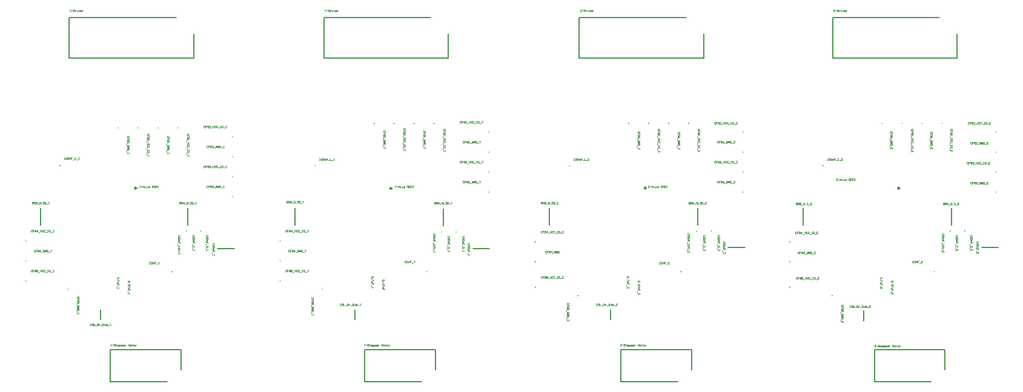
<source format=gto>
G04*
G04 #@! TF.GenerationSoftware,Altium Limited,Altium Designer,22.10.1 (41)*
G04*
G04 Layer_Color=65535*
%FSLAX44Y44*%
%MOMM*%
G71*
G04*
G04 #@! TF.SameCoordinates,E6263BE7-1458-4C56-9D4E-A9492F5360D3*
G04*
G04*
G04 #@! TF.FilePolarity,Positive*
G04*
G01*
G75*
%ADD10C,0.2000*%
%ADD11C,0.2500*%
%ADD12C,0.0508*%
%ADD13C,0.0254*%
D10*
X856090Y857250D02*
G03*
X856090Y857250I-500J0D01*
G01*
X1565540D02*
G03*
X1565540Y857250I-500J0D01*
G01*
X1363540Y899160D02*
G03*
X1363540Y899160I-500J0D01*
G01*
X1422900Y823850D02*
G03*
X1422900Y823850I-500J0D01*
G01*
X1363590Y835660D02*
G03*
X1363590Y835660I-500J0D01*
G01*
X1363640Y871220D02*
G03*
X1363640Y871220I-500J0D01*
G01*
X1410210Y1005840D02*
G03*
X1410210Y1005840I-500J0D01*
G01*
X1492750Y1065200D02*
G03*
X1492750Y1065200I-500J0D01*
G01*
X1520690D02*
G03*
X1520690Y1065200I-500J0D01*
G01*
X1548630D02*
G03*
X1548630Y1065200I-500J0D01*
G01*
X1576570D02*
G03*
X1576570Y1065200I-500J0D01*
G01*
X1652390Y1052830D02*
G03*
X1652390Y1052830I-500J0D01*
G01*
Y1024890D02*
G03*
X1652390Y1024890I-500J0D01*
G01*
Y996950D02*
G03*
X1652390Y996950I-500J0D01*
G01*
Y969010D02*
G03*
X1652390Y969010I-500J0D01*
G01*
X1608320Y914390D02*
G03*
X1608320Y914390I-500J0D01*
G01*
X1588000D02*
G03*
X1588000Y914390I-500J0D01*
G01*
X1298060Y969010D02*
G03*
X1298060Y969010I-500J0D01*
G01*
Y996950D02*
G03*
X1298060Y996950I-500J0D01*
G01*
Y1024890D02*
G03*
X1298060Y1024890I-500J0D01*
G01*
Y1052830D02*
G03*
X1298060Y1052830I-500J0D01*
G01*
X1222240Y1065150D02*
G03*
X1222240Y1065150I-500J0D01*
G01*
X1194300D02*
G03*
X1194300Y1065150I-500J0D01*
G01*
X1166360D02*
G03*
X1166360Y1065150I-500J0D01*
G01*
X1138420D02*
G03*
X1138420Y1065150I-500J0D01*
G01*
X1055880Y1005840D02*
G03*
X1055880Y1005840I-500J0D01*
G01*
X1007940Y899160D02*
G03*
X1007940Y899160I-500J0D01*
G01*
X1007990Y871220D02*
G03*
X1007990Y871220I-500J0D01*
G01*
Y835660D02*
G03*
X1007990Y835660I-500J0D01*
G01*
X1067300Y823850D02*
G03*
X1067300Y823850I-500J0D01*
G01*
X1211450Y857250D02*
G03*
X1211450Y857250I-500J0D01*
G01*
X1253990Y914390D02*
G03*
X1253990Y914390I-500J0D01*
G01*
X1233670D02*
G03*
X1233670Y914390I-500J0D01*
G01*
X700280Y1005840D02*
G03*
X700280Y1005840I-500J0D01*
G01*
X651120Y844550D02*
G03*
X651120Y844550I-500J0D01*
G01*
X710430Y832690D02*
G03*
X710430Y832690I-500J0D01*
G01*
X876800Y913120D02*
G03*
X876800Y913120I-500J0D01*
G01*
X897120D02*
G03*
X897120Y913120I-500J0D01*
G01*
X942460Y969010D02*
G03*
X942460Y969010I-500J0D01*
G01*
Y996950D02*
G03*
X942460Y996950I-500J0D01*
G01*
Y1052830D02*
G03*
X942460Y1052830I-500J0D01*
G01*
Y1024890D02*
G03*
X942460Y1024890I-500J0D01*
G01*
X866640Y1065150D02*
G03*
X866640Y1065150I-500J0D01*
G01*
X810760D02*
G03*
X810760Y1065150I-500J0D01*
G01*
X838700D02*
G03*
X838700Y1065150I-500J0D01*
G01*
X782820D02*
G03*
X782820Y1065150I-500J0D01*
G01*
X424680Y1058800D02*
G03*
X424680Y1058800I-500J0D01*
G01*
X452620D02*
G03*
X452620Y1058800I-500J0D01*
G01*
X480560D02*
G03*
X480560Y1058800I-500J0D01*
G01*
X508500D02*
G03*
X508500Y1058800I-500J0D01*
G01*
X584320Y1046480D02*
G03*
X584320Y1046480I-500J0D01*
G01*
Y1018540D02*
G03*
X584320Y1018540I-500J0D01*
G01*
Y990600D02*
G03*
X584320Y990600I-500J0D01*
G01*
Y962660D02*
G03*
X584320Y962660I-500J0D01*
G01*
X651120Y900430D02*
G03*
X651120Y900430I-500J0D01*
G01*
Y872490D02*
G03*
X651120Y872490I-500J0D01*
G01*
X343410Y1005840D02*
G03*
X343410Y1005840I-500J0D01*
G01*
X295520Y872490D02*
G03*
X295520Y872490I-500J0D01*
G01*
Y900430D02*
G03*
X295520Y900430I-500J0D01*
G01*
X519930Y914010D02*
G03*
X519930Y914010I-500J0D01*
G01*
X540250D02*
G03*
X540250Y914010I-500J0D01*
G01*
X500250Y857250D02*
G03*
X500250Y857250I-500J0D01*
G01*
X354830Y832690D02*
G03*
X354830Y832690I-500J0D01*
G01*
X295520Y844550D02*
G03*
X295520Y844550I-500J0D01*
G01*
X1597300Y1155990D02*
Y1189990D01*
X1423300Y1155990D02*
X1597300D01*
X1423300D02*
Y1213490D01*
X1572800D01*
X1580640Y720090D02*
Y748090D01*
X1481640D02*
X1580640D01*
X1481640Y703090D02*
Y748090D01*
Y703090D02*
X1561140D01*
X1467090Y789290D02*
Y803290D01*
X1382500Y922720D02*
Y946720D01*
X1589300Y922720D02*
Y946720D01*
X1631880Y891540D02*
X1654880D01*
X1242970Y1155990D02*
Y1189990D01*
X1068970Y1155990D02*
X1242970D01*
X1068970D02*
Y1213490D01*
X1218470D01*
X1226310Y720090D02*
Y748090D01*
X1127310D02*
X1226310D01*
X1127310Y703090D02*
Y748090D01*
Y703090D02*
X1206810D01*
X1112520Y790560D02*
Y804560D01*
X1234970Y922720D02*
Y946720D01*
X1277550Y891540D02*
X1300550D01*
X1027430Y922720D02*
Y946720D01*
X868170Y720090D02*
Y748090D01*
X769170D02*
X868170D01*
X769170Y703090D02*
Y748090D01*
Y703090D02*
X848670D01*
X886100Y1155990D02*
Y1189990D01*
X712100Y1155990D02*
X886100D01*
X712100D02*
Y1213490D01*
X861600D01*
X920680Y889670D02*
X943680D01*
X878840Y921450D02*
Y945450D01*
X755410Y790560D02*
Y804560D01*
X530030Y1155990D02*
Y1189990D01*
X356030Y1155990D02*
X530030D01*
X356030D02*
Y1213490D01*
X505530D01*
X512890Y720090D02*
Y748090D01*
X413890D02*
X512890D01*
X413890Y703090D02*
Y748090D01*
Y703090D02*
X493390D01*
X671830Y922720D02*
Y946720D01*
X316230Y922720D02*
Y946720D01*
X521970Y922720D02*
Y946720D01*
X563810Y889670D02*
X586810D01*
X400050Y790560D02*
Y804560D01*
D11*
X1162740Y974350D02*
G03*
X1162740Y974350I-1250J0D01*
G01*
X806940Y973880D02*
G03*
X806940Y973880I-1250J0D01*
G01*
X450270Y974350D02*
G03*
X450270Y974350I-1250J0D01*
G01*
X1517070D02*
G03*
X1517070Y974350I-1250J0D01*
G01*
D12*
X768144Y756073D02*
Y755650D01*
X768990Y754803D01*
X769837Y755650D01*
Y756073D01*
X768990Y754803D02*
Y753534D01*
X770683Y754803D02*
X772376D01*
X774915Y755650D02*
X774492Y756073D01*
X773646D01*
X773223Y755650D01*
Y755226D01*
X773646Y754803D01*
X774492D01*
X774915Y754380D01*
Y753957D01*
X774492Y753534D01*
X773646D01*
X773223Y753957D01*
X776185Y755650D02*
Y755226D01*
X775762D01*
X776608D01*
X776185D01*
Y753957D01*
X776608Y753534D01*
X779147D02*
X778301D01*
X777878Y753957D01*
Y754803D01*
X778301Y755226D01*
X779147D01*
X779570Y754803D01*
Y754380D01*
X777878D01*
X780417Y752687D02*
Y755226D01*
X781686D01*
X782110Y754803D01*
Y753957D01*
X781686Y753534D01*
X780417D01*
X782956Y752687D02*
Y755226D01*
X784226D01*
X784649Y754803D01*
Y753957D01*
X784226Y753534D01*
X782956D01*
X786765D02*
X785918D01*
X785495Y753957D01*
Y754803D01*
X785918Y755226D01*
X786765D01*
X787188Y754803D01*
Y754380D01*
X785495D01*
X788034Y755226D02*
Y753534D01*
Y754380D01*
X788458Y754803D01*
X788881Y755226D01*
X789304D01*
X793113Y753534D02*
Y756073D01*
X793959Y755226D01*
X794806Y756073D01*
Y753534D01*
X796075D02*
X796921D01*
X797345Y753957D01*
Y754803D01*
X796921Y755226D01*
X796075D01*
X795652Y754803D01*
Y753957D01*
X796075Y753534D01*
X798614Y755650D02*
Y755226D01*
X798191D01*
X799037D01*
X798614D01*
Y753957D01*
X799037Y753534D01*
X800730D02*
X801577D01*
X802000Y753957D01*
Y754803D01*
X801577Y755226D01*
X800730D01*
X800307Y754803D01*
Y753957D01*
X800730Y753534D01*
X802846Y755226D02*
Y753534D01*
Y754380D01*
X803270Y754803D01*
X803693Y755226D01*
X804116D01*
X713320Y1224280D02*
Y1223856D01*
X714166Y1223010D01*
X715012Y1223856D01*
Y1224280D01*
X714166Y1223010D02*
Y1221740D01*
X715859Y1223010D02*
X717552D01*
X718398Y1224280D02*
Y1221740D01*
X719668D01*
X720091Y1222164D01*
Y1223856D01*
X719668Y1224280D01*
X718398D01*
X720937Y1223433D02*
Y1221740D01*
Y1222587D01*
X721360Y1223010D01*
X721784Y1223433D01*
X722207D01*
X723476Y1221740D02*
X724323D01*
X723900D01*
Y1223433D01*
X723476D01*
X725592D02*
X726439Y1221740D01*
X727285Y1223433D01*
X729401Y1221740D02*
X728555D01*
X728132Y1222164D01*
Y1223010D01*
X728555Y1223433D01*
X729401D01*
X729824Y1223010D01*
Y1222587D01*
X728132D01*
X730671Y1223433D02*
Y1221740D01*
Y1222587D01*
X731094Y1223010D01*
X731517Y1223433D01*
X731940D01*
X811111Y977900D02*
Y977476D01*
X811957Y976630D01*
X812804Y977476D01*
Y977900D01*
X811957Y976630D02*
Y975360D01*
X813650Y976630D02*
X815343D01*
X816189Y975360D02*
Y977053D01*
X817036Y977900D01*
X817882Y977053D01*
Y975360D01*
Y976630D01*
X816189D01*
X818728Y977053D02*
X820421Y975360D01*
X819575Y976207D01*
X820421Y977053D01*
X818728Y975360D01*
X821268D02*
X822114D01*
X821691D01*
Y977053D01*
X821268D01*
X823384Y975360D02*
X824653D01*
X825076Y975784D01*
X824653Y976207D01*
X823807D01*
X823384Y976630D01*
X823807Y977053D01*
X825076D01*
X830155Y977476D02*
X829732Y977900D01*
X828885D01*
X828462Y977476D01*
Y977053D01*
X828885Y976630D01*
X829732D01*
X830155Y976207D01*
Y975784D01*
X829732Y975360D01*
X828885D01*
X828462Y975784D01*
X831001Y975360D02*
Y977900D01*
X831848Y977053D01*
X832694Y977900D01*
Y975360D01*
X833540Y977900D02*
X834387D01*
X833964D01*
Y975360D01*
X833540D01*
X834387D01*
X837349Y977476D02*
X836926Y977900D01*
X836079D01*
X835656Y977476D01*
Y975784D01*
X836079Y975360D01*
X836926D01*
X837349Y975784D01*
X660193Y859578D02*
X659770Y860001D01*
X658923D01*
X658500Y859578D01*
Y857885D01*
X658923Y857462D01*
X659770D01*
X660193Y857885D01*
X662732Y860001D02*
X661039D01*
Y858732D01*
X661886D01*
X661039D01*
Y857462D01*
X665271Y859578D02*
X664848Y860001D01*
X664002D01*
X663578Y859578D01*
Y857885D01*
X664002Y857462D01*
X664848D01*
X665271Y857885D01*
Y858732D01*
X664425D01*
X667810Y860001D02*
X666118D01*
Y858732D01*
X666964Y859155D01*
X667387D01*
X667810Y858732D01*
Y857885D01*
X667387Y857462D01*
X666541D01*
X666118Y857885D01*
X668657Y857039D02*
X670350D01*
X671196Y860001D02*
Y858308D01*
X672042Y857462D01*
X672889Y858308D01*
Y860001D01*
X675428Y859578D02*
X675005Y860001D01*
X674158D01*
X673735Y859578D01*
Y857885D01*
X674158Y857462D01*
X675005D01*
X675428Y857885D01*
X677967Y859578D02*
X677544Y860001D01*
X676698D01*
X676274Y859578D01*
Y857885D01*
X676698Y857462D01*
X677544D01*
X677967Y857885D01*
X678814Y857039D02*
X680506D01*
X681353Y860001D02*
X682199D01*
X681776D01*
Y857462D01*
X681353D01*
X682199D01*
X684738Y860001D02*
X683892D01*
X683469Y859578D01*
Y857885D01*
X683892Y857462D01*
X684738D01*
X685162Y857885D01*
Y859578D01*
X684738Y860001D01*
X686008Y857039D02*
X687701D01*
X688547Y860001D02*
Y859578D01*
X689393Y858732D01*
X690240Y859578D01*
Y860001D01*
X689393Y858732D02*
Y857462D01*
X697018Y819570D02*
X697441Y819993D01*
Y820839D01*
X697018Y821263D01*
X695325D01*
X694902Y820839D01*
Y819993D01*
X695325Y819570D01*
X697441Y817031D02*
Y818724D01*
X696172D01*
Y817877D01*
Y818724D01*
X694902D01*
X697018Y814492D02*
X697441Y814915D01*
Y815761D01*
X697018Y816184D01*
X695325D01*
X694902Y815761D01*
Y814915D01*
X695325Y814492D01*
X696172D01*
Y815338D01*
X697441Y811952D02*
Y813645D01*
X696172D01*
X696595Y812799D01*
Y812376D01*
X696172Y811952D01*
X695325D01*
X694902Y812376D01*
Y813222D01*
X695325Y813645D01*
X694479Y811106D02*
Y809413D01*
X697018Y806874D02*
X697441Y807297D01*
Y808144D01*
X697018Y808567D01*
X695325D01*
X694902Y808144D01*
Y807297D01*
X695325Y806874D01*
X696172D01*
Y807720D01*
X694902Y806028D02*
X697441D01*
X694902Y804335D01*
X697441D01*
Y803488D02*
X694902D01*
Y802219D01*
X695325Y801796D01*
X697018D01*
X697441Y802219D01*
Y803488D01*
X694479Y800949D02*
Y799256D01*
X697441Y798410D02*
X697018D01*
X696172Y797564D01*
X697018Y796717D01*
X697441D01*
X696172Y797564D02*
X694902D01*
X660193Y915458D02*
X659770Y915881D01*
X658923D01*
X658500Y915458D01*
Y913765D01*
X658923Y913342D01*
X659770D01*
X660193Y913765D01*
X662732Y915881D02*
X661039D01*
Y914612D01*
X661886D01*
X661039D01*
Y913342D01*
X665271Y915458D02*
X664848Y915881D01*
X664002D01*
X663578Y915458D01*
Y913765D01*
X664002Y913342D01*
X664848D01*
X665271Y913765D01*
Y914612D01*
X664425D01*
X667387Y913342D02*
Y915881D01*
X666118Y914612D01*
X667810D01*
X668657Y912919D02*
X670350D01*
X671196Y915881D02*
Y914188D01*
X672042Y913342D01*
X672889Y914188D01*
Y915881D01*
X675428Y915458D02*
X675005Y915881D01*
X674158D01*
X673735Y915458D01*
Y913765D01*
X674158Y913342D01*
X675005D01*
X675428Y913765D01*
X677967Y915458D02*
X677544Y915881D01*
X676698D01*
X676274Y915458D01*
Y913765D01*
X676698Y913342D01*
X677544D01*
X677967Y913765D01*
X678814Y912919D02*
X680506D01*
X681353Y915881D02*
X682199D01*
X681776D01*
Y913342D01*
X681353D01*
X682199D01*
X684738Y915881D02*
X683892D01*
X683469Y915458D01*
Y913765D01*
X683892Y913342D01*
X684738D01*
X685162Y913765D01*
Y915458D01*
X684738Y915881D01*
X686008Y912919D02*
X687701D01*
X688547Y915881D02*
Y915458D01*
X689393Y914612D01*
X690240Y915458D01*
Y915881D01*
X689393Y914612D02*
Y913342D01*
X663790Y887518D02*
X663367Y887941D01*
X662521D01*
X662097Y887518D01*
Y885825D01*
X662521Y885402D01*
X663367D01*
X663790Y885825D01*
X666329Y887941D02*
X664637D01*
Y886672D01*
X665483D01*
X664637D01*
Y885402D01*
X668868Y887518D02*
X668445Y887941D01*
X667599D01*
X667176Y887518D01*
Y885825D01*
X667599Y885402D01*
X668445D01*
X668868Y885825D01*
Y886672D01*
X668022D01*
X670984Y885402D02*
Y887941D01*
X669715Y886672D01*
X671408D01*
X672254Y884979D02*
X673947D01*
X676486Y887518D02*
X676063Y887941D01*
X675216D01*
X674793Y887518D01*
Y885825D01*
X675216Y885402D01*
X676063D01*
X676486Y885825D01*
Y886672D01*
X675640D01*
X677332Y885402D02*
Y887941D01*
X679025Y885402D01*
Y887941D01*
X679872D02*
Y885402D01*
X681141D01*
X681564Y885825D01*
Y887518D01*
X681141Y887941D01*
X679872D01*
X682411Y884979D02*
X684104D01*
X684950Y887941D02*
Y887518D01*
X685796Y886672D01*
X686643Y887518D01*
Y887941D01*
X685796Y886672D02*
Y885402D01*
X904033Y1011978D02*
X903610Y1012401D01*
X902763D01*
X902340Y1011978D01*
Y1010285D01*
X902763Y1009862D01*
X903610D01*
X904033Y1010285D01*
X906572Y1012401D02*
X904879D01*
Y1011132D01*
X905726D01*
X904879D01*
Y1009862D01*
X909111Y1011978D02*
X908688Y1012401D01*
X907842D01*
X907419Y1011978D01*
Y1010285D01*
X907842Y1009862D01*
X908688D01*
X909111Y1010285D01*
Y1011132D01*
X908265D01*
X909958Y1011978D02*
X910381Y1012401D01*
X911227D01*
X911650Y1011978D01*
Y1011555D01*
X911227Y1011132D01*
X910804D01*
X911227D01*
X911650Y1010708D01*
Y1010285D01*
X911227Y1009862D01*
X910381D01*
X909958Y1010285D01*
X912497Y1009439D02*
X914190D01*
X915036Y1012401D02*
Y1010708D01*
X915882Y1009862D01*
X916729Y1010708D01*
Y1012401D01*
X919268Y1011978D02*
X918845Y1012401D01*
X917998D01*
X917575Y1011978D01*
Y1010285D01*
X917998Y1009862D01*
X918845D01*
X919268Y1010285D01*
X921807Y1011978D02*
X921384Y1012401D01*
X920538D01*
X920114Y1011978D01*
Y1010285D01*
X920538Y1009862D01*
X921384D01*
X921807Y1010285D01*
X922654Y1009439D02*
X924346D01*
X925193Y1012401D02*
X926039D01*
X925616D01*
Y1009862D01*
X925193D01*
X926039D01*
X928578Y1012401D02*
X927732D01*
X927309Y1011978D01*
Y1010285D01*
X927732Y1009862D01*
X928578D01*
X929001Y1010285D01*
Y1011978D01*
X928578Y1012401D01*
X929848Y1009439D02*
X931541D01*
X932387Y1012401D02*
Y1011978D01*
X933233Y1011132D01*
X934080Y1011978D01*
Y1012401D01*
X933233Y1011132D02*
Y1009862D01*
X907630Y984038D02*
X907207Y984461D01*
X906360D01*
X905937Y984038D01*
Y982345D01*
X906360Y981922D01*
X907207D01*
X907630Y982345D01*
X910169Y984461D02*
X908476D01*
Y983192D01*
X909323D01*
X908476D01*
Y981922D01*
X912708Y984038D02*
X912285Y984461D01*
X911439D01*
X911016Y984038D01*
Y982345D01*
X911439Y981922D01*
X912285D01*
X912708Y982345D01*
Y983192D01*
X911862D01*
X913555Y984038D02*
X913978Y984461D01*
X914824D01*
X915248Y984038D01*
Y983615D01*
X914824Y983192D01*
X914401D01*
X914824D01*
X915248Y982768D01*
Y982345D01*
X914824Y981922D01*
X913978D01*
X913555Y982345D01*
X916094Y981499D02*
X917787D01*
X920326Y984038D02*
X919903Y984461D01*
X919056D01*
X918633Y984038D01*
Y982345D01*
X919056Y981922D01*
X919903D01*
X920326Y982345D01*
Y983192D01*
X919480D01*
X921172Y981922D02*
Y984461D01*
X922865Y981922D01*
Y984461D01*
X923712D02*
Y981922D01*
X924981D01*
X925404Y982345D01*
Y984038D01*
X924981Y984461D01*
X923712D01*
X926251Y981499D02*
X927944D01*
X928790Y984461D02*
Y984038D01*
X929636Y983192D01*
X930483Y984038D01*
Y984461D01*
X929636Y983192D02*
Y981922D01*
X904033Y1067858D02*
X903610Y1068281D01*
X902763D01*
X902340Y1067858D01*
Y1066165D01*
X902763Y1065742D01*
X903610D01*
X904033Y1066165D01*
X906572Y1068281D02*
X904879D01*
Y1067012D01*
X905726D01*
X904879D01*
Y1065742D01*
X909111Y1067858D02*
X908688Y1068281D01*
X907842D01*
X907419Y1067858D01*
Y1066165D01*
X907842Y1065742D01*
X908688D01*
X909111Y1066165D01*
Y1067012D01*
X908265D01*
X911650Y1065742D02*
X909958D01*
X911650Y1067435D01*
Y1067858D01*
X911227Y1068281D01*
X910381D01*
X909958Y1067858D01*
X912497Y1065319D02*
X914190D01*
X915036Y1068281D02*
Y1066588D01*
X915882Y1065742D01*
X916729Y1066588D01*
Y1068281D01*
X919268Y1067858D02*
X918845Y1068281D01*
X917998D01*
X917575Y1067858D01*
Y1066165D01*
X917998Y1065742D01*
X918845D01*
X919268Y1066165D01*
X921807Y1067858D02*
X921384Y1068281D01*
X920538D01*
X920114Y1067858D01*
Y1066165D01*
X920538Y1065742D01*
X921384D01*
X921807Y1066165D01*
X922654Y1065319D02*
X924346D01*
X925193Y1068281D02*
X926039D01*
X925616D01*
Y1065742D01*
X925193D01*
X926039D01*
X928578Y1068281D02*
X927732D01*
X927309Y1067858D01*
Y1066165D01*
X927732Y1065742D01*
X928578D01*
X929001Y1066165D01*
Y1067858D01*
X928578Y1068281D01*
X929848Y1065319D02*
X931541D01*
X932387Y1068281D02*
Y1067858D01*
X933233Y1067012D01*
X934080Y1067858D01*
Y1068281D01*
X933233Y1067012D02*
Y1065742D01*
X907630Y1039918D02*
X907207Y1040341D01*
X906360D01*
X905937Y1039918D01*
Y1038225D01*
X906360Y1037802D01*
X907207D01*
X907630Y1038225D01*
X910169Y1040341D02*
X908476D01*
Y1039072D01*
X909323D01*
X908476D01*
Y1037802D01*
X912708Y1039918D02*
X912285Y1040341D01*
X911439D01*
X911016Y1039918D01*
Y1038225D01*
X911439Y1037802D01*
X912285D01*
X912708Y1038225D01*
Y1039072D01*
X911862D01*
X915248Y1037802D02*
X913555D01*
X915248Y1039495D01*
Y1039918D01*
X914824Y1040341D01*
X913978D01*
X913555Y1039918D01*
X916094Y1037379D02*
X917787D01*
X920326Y1039918D02*
X919903Y1040341D01*
X919056D01*
X918633Y1039918D01*
Y1038225D01*
X919056Y1037802D01*
X919903D01*
X920326Y1038225D01*
Y1039072D01*
X919480D01*
X921172Y1037802D02*
Y1040341D01*
X922865Y1037802D01*
Y1040341D01*
X923712D02*
Y1037802D01*
X924981D01*
X925404Y1038225D01*
Y1039918D01*
X924981Y1040341D01*
X923712D01*
X926251Y1037379D02*
X927944D01*
X928790Y1040341D02*
Y1039918D01*
X929636Y1039072D01*
X930483Y1039918D01*
Y1040341D01*
X929636Y1039072D02*
Y1037802D01*
X881168Y1055366D02*
X881591Y1055789D01*
Y1056635D01*
X881168Y1057058D01*
X879475D01*
X879052Y1056635D01*
Y1055789D01*
X879475Y1055366D01*
X881591Y1052826D02*
Y1054519D01*
X880322D01*
Y1053673D01*
Y1054519D01*
X879052D01*
X881168Y1050287D02*
X881591Y1050710D01*
Y1051557D01*
X881168Y1051980D01*
X879475D01*
X879052Y1051557D01*
Y1050710D01*
X879475Y1050287D01*
X880322D01*
Y1051133D01*
X879052Y1049441D02*
Y1048594D01*
Y1049017D01*
X881591D01*
X881168Y1049441D01*
X878629Y1047325D02*
Y1045632D01*
X881591Y1044786D02*
X879898D01*
X879052Y1043939D01*
X879898Y1043093D01*
X881591D01*
X881168Y1040554D02*
X881591Y1040977D01*
Y1041823D01*
X881168Y1042246D01*
X879475D01*
X879052Y1041823D01*
Y1040977D01*
X879475Y1040554D01*
X881168Y1038014D02*
X881591Y1038438D01*
Y1039284D01*
X881168Y1039707D01*
X879475D01*
X879052Y1039284D01*
Y1038438D01*
X879475Y1038014D01*
X878629Y1037168D02*
Y1035475D01*
X881591Y1034629D02*
Y1033782D01*
Y1034206D01*
X879052D01*
Y1034629D01*
Y1033782D01*
X881591Y1031243D02*
Y1032090D01*
X881168Y1032513D01*
X879475D01*
X879052Y1032090D01*
Y1031243D01*
X879475Y1030820D01*
X881168D01*
X881591Y1031243D01*
X878629Y1029974D02*
Y1028281D01*
X881591Y1027434D02*
X881168D01*
X880322Y1026588D01*
X881168Y1025742D01*
X881591D01*
X880322Y1026588D02*
X879052D01*
X853228Y1053038D02*
X853651Y1053462D01*
Y1054308D01*
X853228Y1054731D01*
X851535D01*
X851112Y1054308D01*
Y1053462D01*
X851535Y1053038D01*
X853651Y1050499D02*
Y1052192D01*
X852382D01*
Y1051346D01*
Y1052192D01*
X851112D01*
X853228Y1047960D02*
X853651Y1048383D01*
Y1049230D01*
X853228Y1049653D01*
X851535D01*
X851112Y1049230D01*
Y1048383D01*
X851535Y1047960D01*
X852382D01*
Y1048806D01*
X851112Y1047114D02*
Y1046267D01*
Y1046690D01*
X853651D01*
X853228Y1047114D01*
X850689Y1044998D02*
Y1043305D01*
X853228Y1040766D02*
X853651Y1041189D01*
Y1042035D01*
X853228Y1042458D01*
X851535D01*
X851112Y1042035D01*
Y1041189D01*
X851535Y1040766D01*
X852382D01*
Y1041612D01*
X851112Y1039919D02*
X853651D01*
X851112Y1038226D01*
X853651D01*
Y1037380D02*
X851112D01*
Y1036110D01*
X851535Y1035687D01*
X853228D01*
X853651Y1036110D01*
Y1037380D01*
X850689Y1034841D02*
Y1033148D01*
X853651Y1032302D02*
X853228D01*
X852382Y1031455D01*
X853228Y1030609D01*
X853651D01*
X852382Y1031455D02*
X851112D01*
X825288Y1056847D02*
X825711Y1057270D01*
Y1058117D01*
X825288Y1058540D01*
X823595D01*
X823172Y1058117D01*
Y1057270D01*
X823595Y1056847D01*
X825711Y1054308D02*
Y1056001D01*
X824442D01*
Y1055154D01*
Y1056001D01*
X823172D01*
X825288Y1051769D02*
X825711Y1052192D01*
Y1053038D01*
X825288Y1053462D01*
X823595D01*
X823172Y1053038D01*
Y1052192D01*
X823595Y1051769D01*
X824442D01*
Y1052615D01*
X825288Y1050922D02*
X825711Y1050499D01*
Y1049653D01*
X825288Y1049230D01*
X823595D01*
X823172Y1049653D01*
Y1050499D01*
X823595Y1050922D01*
X825288D01*
X822749Y1048383D02*
Y1046690D01*
X825711Y1045844D02*
X824018D01*
X823172Y1044998D01*
X824018Y1044151D01*
X825711D01*
X825288Y1041612D02*
X825711Y1042035D01*
Y1042882D01*
X825288Y1043305D01*
X823595D01*
X823172Y1042882D01*
Y1042035D01*
X823595Y1041612D01*
X825288Y1039073D02*
X825711Y1039496D01*
Y1040342D01*
X825288Y1040766D01*
X823595D01*
X823172Y1040342D01*
Y1039496D01*
X823595Y1039073D01*
X822749Y1038226D02*
Y1036534D01*
X825711Y1035687D02*
Y1034841D01*
Y1035264D01*
X823172D01*
Y1035687D01*
Y1034841D01*
X825711Y1032302D02*
Y1033148D01*
X825288Y1033571D01*
X823595D01*
X823172Y1033148D01*
Y1032302D01*
X823595Y1031879D01*
X825288D01*
X825711Y1032302D01*
X822749Y1031032D02*
Y1029339D01*
X825711Y1028493D02*
X825288D01*
X824442Y1027646D01*
X825288Y1026800D01*
X825711D01*
X824442Y1027646D02*
X823172D01*
X797348Y1053250D02*
X797771Y1053673D01*
Y1054520D01*
X797348Y1054943D01*
X795655D01*
X795232Y1054520D01*
Y1053673D01*
X795655Y1053250D01*
X797771Y1050711D02*
Y1052403D01*
X796502D01*
Y1051557D01*
Y1052403D01*
X795232D01*
X797348Y1048172D02*
X797771Y1048595D01*
Y1049441D01*
X797348Y1049864D01*
X795655D01*
X795232Y1049441D01*
Y1048595D01*
X795655Y1048172D01*
X796502D01*
Y1049018D01*
X797348Y1047325D02*
X797771Y1046902D01*
Y1046056D01*
X797348Y1045632D01*
X795655D01*
X795232Y1046056D01*
Y1046902D01*
X795655Y1047325D01*
X797348D01*
X794809Y1044786D02*
Y1043093D01*
X797348Y1040554D02*
X797771Y1040977D01*
Y1041824D01*
X797348Y1042247D01*
X795655D01*
X795232Y1041824D01*
Y1040977D01*
X795655Y1040554D01*
X796502D01*
Y1041400D01*
X795232Y1039708D02*
X797771D01*
X795232Y1038015D01*
X797771D01*
Y1037168D02*
X795232D01*
Y1035899D01*
X795655Y1035476D01*
X797348D01*
X797771Y1035899D01*
Y1037168D01*
X794809Y1034629D02*
Y1032936D01*
X797771Y1032090D02*
X797348D01*
X796502Y1031244D01*
X797348Y1030397D01*
X797771D01*
X796502Y1031244D02*
X795232D01*
X659769Y956521D02*
Y953982D01*
X661039D01*
X661462Y954405D01*
Y954828D01*
X661039Y955252D01*
X659769D01*
X661039D01*
X661462Y955675D01*
Y956098D01*
X661039Y956521D01*
X659769D01*
X662308Y953982D02*
Y956521D01*
X663578D01*
X664001Y956098D01*
Y955252D01*
X663578Y954828D01*
X662308D01*
X663155D02*
X664001Y953982D01*
X664847Y956521D02*
Y953982D01*
X666117D01*
X666540Y954405D01*
Y954828D01*
X666117Y955252D01*
X664847D01*
X666117D01*
X666540Y955675D01*
Y956098D01*
X666117Y956521D01*
X664847D01*
X667386Y953559D02*
X669079D01*
X669926Y956098D02*
X670349Y956521D01*
X671195D01*
X671618Y956098D01*
Y954405D01*
X671195Y953982D01*
X670349D01*
X669926Y954405D01*
Y956098D01*
X672465Y953982D02*
Y954405D01*
X672888D01*
Y953982D01*
X672465D01*
X676274D02*
X674581D01*
X676274Y955675D01*
Y956098D01*
X675850Y956521D01*
X675004D01*
X674581Y956098D01*
X678813Y956521D02*
X677120D01*
Y955252D01*
X677966Y955675D01*
X678390D01*
X678813Y955252D01*
Y954405D01*
X678390Y953982D01*
X677543D01*
X677120Y954405D01*
X679659Y953559D02*
X681352D01*
X682198Y956521D02*
Y956098D01*
X683045Y955252D01*
X683891Y956098D01*
Y956521D01*
X683045Y955252D02*
Y953982D01*
X866779Y955251D02*
Y952712D01*
X868048D01*
X868472Y953135D01*
Y953558D01*
X868048Y953982D01*
X866779D01*
X868048D01*
X868472Y954405D01*
Y954828D01*
X868048Y955251D01*
X866779D01*
X869318Y952712D02*
Y955251D01*
X870588D01*
X871011Y954828D01*
Y953982D01*
X870588Y953558D01*
X869318D01*
X870164D02*
X871011Y952712D01*
X871857D02*
Y954405D01*
X872704Y955251D01*
X873550Y954405D01*
Y952712D01*
Y953982D01*
X871857D01*
X874396Y952289D02*
X876089D01*
X876936Y954828D02*
X877359Y955251D01*
X878205D01*
X878628Y954828D01*
Y953135D01*
X878205Y952712D01*
X877359D01*
X876936Y953135D01*
Y954828D01*
X879475Y952712D02*
Y953135D01*
X879898D01*
Y952712D01*
X879475D01*
X883284D02*
X881591D01*
X883284Y954405D01*
Y954828D01*
X882860Y955251D01*
X882014D01*
X881591Y954828D01*
X885823Y955251D02*
X884130D01*
Y953982D01*
X884976Y954405D01*
X885400D01*
X885823Y953982D01*
Y953135D01*
X885400Y952712D01*
X884553D01*
X884130Y953135D01*
X886669Y952289D02*
X888362D01*
X889208Y955251D02*
Y954828D01*
X890055Y953982D01*
X890901Y954828D01*
Y955251D01*
X890055Y953982D02*
Y952712D01*
X913342Y897252D02*
Y896406D01*
Y896829D01*
X915881D01*
X915458Y897252D01*
Y895136D02*
X915881Y894713D01*
Y893867D01*
X915458Y893444D01*
X913765D01*
X913342Y893867D01*
Y894713D01*
X913765Y895136D01*
X915458D01*
Y892597D02*
X915881Y892174D01*
Y891328D01*
X915458Y890904D01*
X913765D01*
X913342Y891328D01*
Y892174D01*
X913765Y892597D01*
X915458D01*
X915035Y890058D02*
X913765D01*
X913342Y889635D01*
Y888365D01*
X915035D01*
X915881Y885826D02*
Y887519D01*
X914612D01*
Y886672D01*
Y887519D01*
X913342D01*
X912919Y884980D02*
Y883287D01*
X915881Y882440D02*
X915458D01*
X914612Y881594D01*
X915458Y880748D01*
X915881D01*
X914612Y881594D02*
X913342D01*
X865082Y911009D02*
Y910163D01*
Y910586D01*
X867621D01*
X867198Y911009D01*
Y908893D02*
X867621Y908470D01*
Y907624D01*
X867198Y907200D01*
X865505D01*
X865082Y907624D01*
Y908470D01*
X865505Y908893D01*
X867198D01*
Y906354D02*
X867621Y905931D01*
Y905084D01*
X867198Y904661D01*
X865505D01*
X865082Y905084D01*
Y905931D01*
X865505Y906354D01*
X867198D01*
X865082Y903815D02*
X866775D01*
Y902545D01*
X866352Y902122D01*
X865082D01*
X867621Y899583D02*
Y901276D01*
X866352D01*
Y900429D01*
Y901276D01*
X865082D01*
X864659Y898736D02*
Y897044D01*
X865082Y896197D02*
Y895351D01*
Y895774D01*
X867621D01*
X867198Y896197D01*
X867621Y892388D02*
X867198Y893235D01*
X866352Y894081D01*
X865505D01*
X865082Y893658D01*
Y892812D01*
X865505Y892388D01*
X865928D01*
X866352Y892812D01*
Y894081D01*
X867621Y891542D02*
X865928D01*
X865082Y890696D01*
X865928Y889849D01*
X867621D01*
X864659Y889003D02*
Y887310D01*
X867621Y886464D02*
X867198D01*
X866352Y885617D01*
X867198Y884771D01*
X867621D01*
X866352Y885617D02*
X865082D01*
X905722Y907411D02*
Y906565D01*
Y906988D01*
X908261D01*
X907838Y907411D01*
Y905295D02*
X908261Y904872D01*
Y904026D01*
X907838Y903603D01*
X906145D01*
X905722Y904026D01*
Y904872D01*
X906145Y905295D01*
X907838D01*
Y902756D02*
X908261Y902333D01*
Y901487D01*
X907838Y901064D01*
X906145D01*
X905722Y901487D01*
Y902333D01*
X906145Y902756D01*
X907838D01*
X905722Y900217D02*
X907415D01*
Y898948D01*
X906992Y898524D01*
X905722D01*
X908261Y895985D02*
Y897678D01*
X906992D01*
Y896832D01*
Y897678D01*
X905722D01*
X905299Y895139D02*
Y893446D01*
X907838Y892600D02*
X908261Y892176D01*
Y891330D01*
X907838Y890907D01*
X907415D01*
X906992Y891330D01*
Y891753D01*
Y891330D01*
X906568Y890907D01*
X906145D01*
X905722Y891330D01*
Y892176D01*
X906145Y892600D01*
X905299Y890060D02*
Y888368D01*
X908261Y887521D02*
X907838D01*
X906992Y886675D01*
X907838Y885828D01*
X908261D01*
X906992Y886675D02*
X905722D01*
X885402Y907411D02*
Y906565D01*
Y906988D01*
X887941D01*
X887518Y907411D01*
Y905295D02*
X887941Y904872D01*
Y904026D01*
X887518Y903603D01*
X885825D01*
X885402Y904026D01*
Y904872D01*
X885825Y905295D01*
X887518D01*
Y902756D02*
X887941Y902333D01*
Y901487D01*
X887518Y901064D01*
X885825D01*
X885402Y901487D01*
Y902333D01*
X885825Y902756D01*
X887518D01*
X885402Y900217D02*
X887095D01*
Y898948D01*
X886672Y898524D01*
X885402D01*
X887941Y895985D02*
Y897678D01*
X886672D01*
Y896832D01*
Y897678D01*
X885402D01*
X884979Y895139D02*
Y893446D01*
X885402Y890907D02*
Y892600D01*
X887095Y890907D01*
X887518D01*
X887941Y891330D01*
Y892176D01*
X887518Y892600D01*
X884979Y890060D02*
Y888368D01*
X887941Y887521D02*
X887518D01*
X886672Y886675D01*
X887518Y885828D01*
X887941D01*
X886672Y886675D02*
X885402D01*
X705700Y1013672D02*
X706546D01*
X706123D01*
Y1016211D01*
X705700Y1015788D01*
X707816D02*
X708239Y1016211D01*
X709086D01*
X709509Y1015788D01*
Y1014095D01*
X709086Y1013672D01*
X708239D01*
X707816Y1014095D01*
Y1015788D01*
X710355D02*
X710778Y1016211D01*
X711625D01*
X712048Y1015788D01*
Y1014095D01*
X711625Y1013672D01*
X710778D01*
X710355Y1014095D01*
Y1015788D01*
X712894Y1013672D02*
Y1015365D01*
X714164D01*
X714587Y1014942D01*
Y1013672D01*
X717126Y1016211D02*
X715434D01*
Y1014942D01*
X716280D01*
X715434D01*
Y1013672D01*
X717973Y1013249D02*
X719666D01*
X720512Y1013672D02*
X721358D01*
X720935D01*
Y1016211D01*
X720512Y1015788D01*
X722628Y1013249D02*
X724321D01*
X725167Y1016211D02*
Y1015788D01*
X726014Y1014942D01*
X726860Y1015788D01*
Y1016211D01*
X726014Y1014942D02*
Y1013672D01*
X826348Y870162D02*
X824656D01*
X826348Y871855D01*
Y872278D01*
X825925Y872701D01*
X825079D01*
X824656Y872278D01*
X828888Y870162D02*
X827195D01*
X828888Y871855D01*
Y872278D01*
X828464Y872701D01*
X827618D01*
X827195Y872278D01*
X829734Y870162D02*
Y871855D01*
X831004D01*
X831427Y871432D01*
Y870162D01*
X833966Y872701D02*
X832273D01*
Y871432D01*
X833120D01*
X832273D01*
Y870162D01*
X834812Y869739D02*
X836505D01*
X837352Y872701D02*
Y872278D01*
X838198Y871432D01*
X839044Y872278D01*
Y872701D01*
X838198Y871432D02*
Y870162D01*
X734700Y810472D02*
X735546D01*
X735123D01*
Y813011D01*
X734700Y812588D01*
X736816D02*
X737239Y813011D01*
X738085D01*
X738509Y812588D01*
Y810895D01*
X738085Y810472D01*
X737239D01*
X736816Y810895D01*
Y812588D01*
X739355Y810472D02*
Y813011D01*
Y811318D02*
X740624Y812165D01*
X739355Y811318D02*
X740624Y810472D01*
X741894Y810049D02*
X743587D01*
X744433Y813011D02*
Y810472D01*
X745703D01*
X746126Y810895D01*
Y812588D01*
X745703Y813011D01*
X744433D01*
X746972Y812165D02*
Y810472D01*
Y811318D01*
X747396Y811742D01*
X747819Y812165D01*
X748242D01*
X749512Y810049D02*
X751204D01*
X753744Y813011D02*
X752051D01*
Y810472D01*
X753744D01*
X752051Y811742D02*
X752897D01*
X754590Y810472D02*
Y812165D01*
X755860D01*
X756283Y811742D01*
Y810472D01*
X757129Y813011D02*
Y810472D01*
X758399D01*
X758822Y810895D01*
Y811318D01*
Y811742D01*
X758399Y812165D01*
X757129D01*
X759668Y810049D02*
X761361D01*
X762207Y813011D02*
Y812588D01*
X763054Y811742D01*
X763900Y812588D01*
Y813011D01*
X763054Y811742D02*
Y810472D01*
X778722Y850263D02*
X781261D01*
X779992Y851532D01*
Y849839D01*
X778722Y848993D02*
X779145D01*
Y848570D01*
X778722D01*
Y848993D01*
X781261Y846877D02*
Y845184D01*
X780838D01*
X779145Y846877D01*
X778722D01*
X780415Y844338D02*
X779145D01*
X778722Y843915D01*
Y842645D01*
X780415D01*
X781261Y840106D02*
Y841799D01*
X779992D01*
Y840952D01*
Y841799D01*
X778722D01*
X778299Y839260D02*
Y837567D01*
X781261Y836720D02*
X780838D01*
X779992Y835874D01*
X780838Y835028D01*
X781261D01*
X779992Y835874D02*
X778722D01*
X795866Y846453D02*
X796290Y846030D01*
Y845183D01*
X795866Y844760D01*
X794174D01*
X793750Y845183D01*
Y846030D01*
X794174Y846453D01*
X795866D01*
X793750Y843914D02*
X794174D01*
Y843490D01*
X793750D01*
Y843914D01*
Y840528D02*
X796290D01*
X795020Y841798D01*
Y840105D01*
X796290Y839258D02*
Y837566D01*
X795866D01*
X794174Y839258D01*
X793750D01*
Y836719D02*
X795443D01*
Y835450D01*
X795020Y835026D01*
X793750D01*
X796290Y832487D02*
Y834180D01*
X795020D01*
Y833334D01*
Y834180D01*
X793750D01*
X1070190Y1224280D02*
X1071882D01*
Y1223856D01*
X1070190Y1222164D01*
Y1221740D01*
X1071882D01*
X1072729Y1223010D02*
X1074422D01*
X1075268Y1224280D02*
Y1221740D01*
X1076538D01*
X1076961Y1222164D01*
Y1223856D01*
X1076538Y1224280D01*
X1075268D01*
X1077807Y1223433D02*
Y1221740D01*
Y1222587D01*
X1078230Y1223010D01*
X1078654Y1223433D01*
X1079077D01*
X1080346Y1221740D02*
X1081193D01*
X1080770D01*
Y1223433D01*
X1080346D01*
X1082462D02*
X1083309Y1221740D01*
X1084155Y1223433D01*
X1086271Y1221740D02*
X1085425D01*
X1085002Y1222164D01*
Y1223010D01*
X1085425Y1223433D01*
X1086271D01*
X1086694Y1223010D01*
Y1222587D01*
X1085002D01*
X1087541Y1223433D02*
Y1221740D01*
Y1222587D01*
X1087964Y1223010D01*
X1088387Y1223433D01*
X1088810D01*
X413814Y756073D02*
X415507Y753534D01*
Y756073D02*
X413814Y753534D01*
X416353Y754803D02*
X418046D01*
X420585Y755650D02*
X420162Y756073D01*
X419316D01*
X418893Y755650D01*
Y755226D01*
X419316Y754803D01*
X420162D01*
X420585Y754380D01*
Y753957D01*
X420162Y753534D01*
X419316D01*
X418893Y753957D01*
X421855Y755650D02*
Y755226D01*
X421432D01*
X422278D01*
X421855D01*
Y753957D01*
X422278Y753534D01*
X424817D02*
X423971D01*
X423548Y753957D01*
Y754803D01*
X423971Y755226D01*
X424817D01*
X425240Y754803D01*
Y754380D01*
X423548D01*
X426087Y752687D02*
Y755226D01*
X427356D01*
X427780Y754803D01*
Y753957D01*
X427356Y753534D01*
X426087D01*
X428626Y752687D02*
Y755226D01*
X429896D01*
X430319Y754803D01*
Y753957D01*
X429896Y753534D01*
X428626D01*
X432435D02*
X431588D01*
X431165Y753957D01*
Y754803D01*
X431588Y755226D01*
X432435D01*
X432858Y754803D01*
Y754380D01*
X431165D01*
X433704Y755226D02*
Y753534D01*
Y754380D01*
X434128Y754803D01*
X434551Y755226D01*
X434974D01*
X438783Y753534D02*
Y756073D01*
X439629Y755226D01*
X440476Y756073D01*
Y753534D01*
X441745D02*
X442592D01*
X443015Y753957D01*
Y754803D01*
X442592Y755226D01*
X441745D01*
X441322Y754803D01*
Y753957D01*
X441745Y753534D01*
X444284Y755650D02*
Y755226D01*
X443861D01*
X444707D01*
X444284D01*
Y753957D01*
X444707Y753534D01*
X446400D02*
X447247D01*
X447670Y753957D01*
Y754803D01*
X447247Y755226D01*
X446400D01*
X445977Y754803D01*
Y753957D01*
X446400Y753534D01*
X448516Y755226D02*
Y753534D01*
Y754380D01*
X448940Y754803D01*
X449363Y755226D01*
X449786D01*
X356450Y1224280D02*
X358142Y1221740D01*
Y1224280D02*
X356450Y1221740D01*
X358989Y1223010D02*
X360682D01*
X361528Y1224280D02*
Y1221740D01*
X362798D01*
X363221Y1222164D01*
Y1223856D01*
X362798Y1224280D01*
X361528D01*
X364067Y1223433D02*
Y1221740D01*
Y1222587D01*
X364490Y1223010D01*
X364914Y1223433D01*
X365337D01*
X366606Y1221740D02*
X367453D01*
X367030D01*
Y1223433D01*
X366606D01*
X368722D02*
X369569Y1221740D01*
X370415Y1223433D01*
X372531Y1221740D02*
X371685D01*
X371262Y1222164D01*
Y1223010D01*
X371685Y1223433D01*
X372531D01*
X372954Y1223010D01*
Y1222587D01*
X371262D01*
X373801Y1223433D02*
Y1221740D01*
Y1222587D01*
X374224Y1223010D01*
X374647Y1223433D01*
X375070D01*
X1483577Y754803D02*
X1481884D01*
Y752264D01*
X1483577D01*
X1481884Y753533D02*
X1482731D01*
X1484423D02*
X1486116D01*
X1488655Y754380D02*
X1488232Y754803D01*
X1487386D01*
X1486962Y754380D01*
Y753956D01*
X1487386Y753533D01*
X1488232D01*
X1488655Y753110D01*
Y752687D01*
X1488232Y752264D01*
X1487386D01*
X1486962Y752687D01*
X1489925Y754380D02*
Y753956D01*
X1489502D01*
X1490348D01*
X1489925D01*
Y752687D01*
X1490348Y752264D01*
X1492887D02*
X1492041D01*
X1491618Y752687D01*
Y753533D01*
X1492041Y753956D01*
X1492887D01*
X1493310Y753533D01*
Y753110D01*
X1491618D01*
X1494157Y751417D02*
Y753956D01*
X1495426D01*
X1495850Y753533D01*
Y752687D01*
X1495426Y752264D01*
X1494157D01*
X1496696Y751417D02*
Y753956D01*
X1497966D01*
X1498389Y753533D01*
Y752687D01*
X1497966Y752264D01*
X1496696D01*
X1500505D02*
X1499658D01*
X1499235Y752687D01*
Y753533D01*
X1499658Y753956D01*
X1500505D01*
X1500928Y753533D01*
Y753110D01*
X1499235D01*
X1501774Y753956D02*
Y752264D01*
Y753110D01*
X1502198Y753533D01*
X1502621Y753956D01*
X1503044D01*
X1506853Y752264D02*
Y754803D01*
X1507699Y753956D01*
X1508546Y754803D01*
Y752264D01*
X1509815D02*
X1510661D01*
X1511085Y752687D01*
Y753533D01*
X1510661Y753956D01*
X1509815D01*
X1509392Y753533D01*
Y752687D01*
X1509815Y752264D01*
X1512354Y754380D02*
Y753956D01*
X1511931D01*
X1512778D01*
X1512354D01*
Y752687D01*
X1512778Y752264D01*
X1514470D02*
X1515317D01*
X1515740Y752687D01*
Y753533D01*
X1515317Y753956D01*
X1514470D01*
X1514047Y753533D01*
Y752687D01*
X1514470Y752264D01*
X1516586Y753956D02*
Y752264D01*
Y753110D01*
X1517009Y753533D01*
X1517433Y753956D01*
X1517856D01*
X1126284Y756073D02*
X1127977D01*
Y755650D01*
X1126284Y753957D01*
Y753534D01*
X1127977D01*
X1128823Y754803D02*
X1130516D01*
X1133055Y755650D02*
X1132632Y756073D01*
X1131786D01*
X1131363Y755650D01*
Y755226D01*
X1131786Y754803D01*
X1132632D01*
X1133055Y754380D01*
Y753957D01*
X1132632Y753534D01*
X1131786D01*
X1131363Y753957D01*
X1134325Y755650D02*
Y755226D01*
X1133902D01*
X1134748D01*
X1134325D01*
Y753957D01*
X1134748Y753534D01*
X1137287D02*
X1136441D01*
X1136018Y753957D01*
Y754803D01*
X1136441Y755226D01*
X1137287D01*
X1137710Y754803D01*
Y754380D01*
X1136018D01*
X1138557Y752687D02*
Y755226D01*
X1139826D01*
X1140250Y754803D01*
Y753957D01*
X1139826Y753534D01*
X1138557D01*
X1141096Y752687D02*
Y755226D01*
X1142366D01*
X1142789Y754803D01*
Y753957D01*
X1142366Y753534D01*
X1141096D01*
X1144905D02*
X1144058D01*
X1143635Y753957D01*
Y754803D01*
X1144058Y755226D01*
X1144905D01*
X1145328Y754803D01*
Y754380D01*
X1143635D01*
X1146174Y755226D02*
Y753534D01*
Y754380D01*
X1146598Y754803D01*
X1147021Y755226D01*
X1147444D01*
X1151253Y753534D02*
Y756073D01*
X1152099Y755226D01*
X1152945Y756073D01*
Y753534D01*
X1154215D02*
X1155061D01*
X1155485Y753957D01*
Y754803D01*
X1155061Y755226D01*
X1154215D01*
X1153792Y754803D01*
Y753957D01*
X1154215Y753534D01*
X1156754Y755650D02*
Y755226D01*
X1156331D01*
X1157178D01*
X1156754D01*
Y753957D01*
X1157178Y753534D01*
X1158870D02*
X1159717D01*
X1160140Y753957D01*
Y754803D01*
X1159717Y755226D01*
X1158870D01*
X1158447Y754803D01*
Y753957D01*
X1158870Y753534D01*
X1160986Y755226D02*
Y753534D01*
Y754380D01*
X1161410Y754803D01*
X1161833Y755226D01*
X1162256D01*
X1426212Y1224280D02*
X1424520D01*
Y1221740D01*
X1426212D01*
X1424520Y1223010D02*
X1425366D01*
X1427059D02*
X1428752D01*
X1429598Y1224280D02*
Y1221740D01*
X1430868D01*
X1431291Y1222164D01*
Y1223856D01*
X1430868Y1224280D01*
X1429598D01*
X1432137Y1223433D02*
Y1221740D01*
Y1222587D01*
X1432560Y1223010D01*
X1432984Y1223433D01*
X1433407D01*
X1434676Y1221740D02*
X1435523D01*
X1435100D01*
Y1223433D01*
X1434676D01*
X1436792D02*
X1437639Y1221740D01*
X1438485Y1223433D01*
X1440601Y1221740D02*
X1439755D01*
X1439332Y1222164D01*
Y1223010D01*
X1439755Y1223433D01*
X1440601D01*
X1441024Y1223010D01*
Y1222587D01*
X1439332D01*
X1441871Y1223433D02*
Y1221740D01*
Y1222587D01*
X1442294Y1223010D01*
X1442717Y1223433D01*
X1443140D01*
X454241Y977900D02*
X455934Y975360D01*
Y977900D02*
X454241Y975360D01*
X456780Y976630D02*
X458473D01*
X459319Y975360D02*
Y977053D01*
X460166Y977900D01*
X461012Y977053D01*
Y975360D01*
Y976630D01*
X459319D01*
X461858Y977053D02*
X463551Y975360D01*
X462705Y976207D01*
X463551Y977053D01*
X461858Y975360D01*
X464398D02*
X465244D01*
X464821D01*
Y977053D01*
X464398D01*
X466514Y975360D02*
X467783D01*
X468206Y975784D01*
X467783Y976207D01*
X466937D01*
X466514Y976630D01*
X466937Y977053D01*
X468206D01*
X473285Y977476D02*
X472862Y977900D01*
X472015D01*
X471592Y977476D01*
Y977053D01*
X472015Y976630D01*
X472862D01*
X473285Y976207D01*
Y975784D01*
X472862Y975360D01*
X472015D01*
X471592Y975784D01*
X474131Y975360D02*
Y977900D01*
X474978Y977053D01*
X475824Y977900D01*
Y975360D01*
X476670Y977900D02*
X477517D01*
X477094D01*
Y975360D01*
X476670D01*
X477517D01*
X480479Y977476D02*
X480056Y977900D01*
X479210D01*
X478786Y977476D01*
Y975784D01*
X479210Y975360D01*
X480056D01*
X480479Y975784D01*
X1506008Y1051980D02*
X1506431Y1052403D01*
Y1053250D01*
X1506008Y1053673D01*
X1504315D01*
X1503892Y1053250D01*
Y1052403D01*
X1504315Y1051980D01*
X1506431Y1049441D02*
Y1051133D01*
X1505162D01*
Y1050287D01*
Y1051133D01*
X1503892D01*
X1506008Y1046902D02*
X1506431Y1047325D01*
Y1048171D01*
X1506008Y1048594D01*
X1504315D01*
X1503892Y1048171D01*
Y1047325D01*
X1504315Y1046902D01*
X1505162D01*
Y1047748D01*
X1506008Y1046055D02*
X1506431Y1045632D01*
Y1044786D01*
X1506008Y1044362D01*
X1504315D01*
X1503892Y1044786D01*
Y1045632D01*
X1504315Y1046055D01*
X1506008D01*
X1503469Y1043516D02*
Y1041823D01*
X1506008Y1039284D02*
X1506431Y1039707D01*
Y1040554D01*
X1506008Y1040977D01*
X1504315D01*
X1503892Y1040554D01*
Y1039707D01*
X1504315Y1039284D01*
X1505162D01*
Y1040130D01*
X1503892Y1038438D02*
X1506431D01*
X1503892Y1036745D01*
X1506431D01*
Y1035898D02*
X1503892D01*
Y1034629D01*
X1504315Y1034206D01*
X1506008D01*
X1506431Y1034629D01*
Y1035898D01*
X1503469Y1033359D02*
Y1031666D01*
X1506431Y1029127D02*
Y1030820D01*
X1503892D01*
Y1029127D01*
X1505162Y1030820D02*
Y1029974D01*
X545893Y1005628D02*
X545470Y1006051D01*
X544623D01*
X544200Y1005628D01*
Y1003935D01*
X544623Y1003512D01*
X545470D01*
X545893Y1003935D01*
X548432Y1006051D02*
X546739D01*
Y1004782D01*
X547586D01*
X546739D01*
Y1003512D01*
X550971Y1005628D02*
X550548Y1006051D01*
X549702D01*
X549278Y1005628D01*
Y1003935D01*
X549702Y1003512D01*
X550548D01*
X550971Y1003935D01*
Y1004782D01*
X550125D01*
X551818Y1005628D02*
X552241Y1006051D01*
X553087D01*
X553510Y1005628D01*
Y1005205D01*
X553087Y1004782D01*
X552664D01*
X553087D01*
X553510Y1004358D01*
Y1003935D01*
X553087Y1003512D01*
X552241D01*
X551818Y1003935D01*
X554357Y1003089D02*
X556050D01*
X556896Y1006051D02*
Y1004358D01*
X557742Y1003512D01*
X558589Y1004358D01*
Y1006051D01*
X561128Y1005628D02*
X560705Y1006051D01*
X559858D01*
X559435Y1005628D01*
Y1003935D01*
X559858Y1003512D01*
X560705D01*
X561128Y1003935D01*
X563667Y1005628D02*
X563244Y1006051D01*
X562398D01*
X561974Y1005628D01*
Y1003935D01*
X562398Y1003512D01*
X563244D01*
X563667Y1003935D01*
X564514Y1003089D02*
X566206D01*
X567053Y1006051D02*
X567899D01*
X567476D01*
Y1003512D01*
X567053D01*
X567899D01*
X570438Y1006051D02*
X569592D01*
X569169Y1005628D01*
Y1003935D01*
X569592Y1003512D01*
X570438D01*
X570862Y1003935D01*
Y1005628D01*
X570438Y1006051D01*
X571708Y1003089D02*
X573401D01*
X574247Y1006051D02*
X575940Y1003512D01*
Y1006051D02*
X574247Y1003512D01*
X1373933Y849418D02*
X1373510Y849841D01*
X1372663D01*
X1372240Y849418D01*
Y847725D01*
X1372663Y847302D01*
X1373510D01*
X1373933Y847725D01*
X1376472Y849841D02*
X1374779D01*
Y848572D01*
X1375626D01*
X1374779D01*
Y847302D01*
X1379011Y849418D02*
X1378588Y849841D01*
X1377742D01*
X1377319Y849418D01*
Y847725D01*
X1377742Y847302D01*
X1378588D01*
X1379011Y847725D01*
Y848572D01*
X1378165D01*
X1381550Y849841D02*
X1379858D01*
Y848572D01*
X1380704Y848995D01*
X1381127D01*
X1381550Y848572D01*
Y847725D01*
X1381127Y847302D01*
X1380281D01*
X1379858Y847725D01*
X1382397Y846879D02*
X1384090D01*
X1384936Y849841D02*
Y848148D01*
X1385782Y847302D01*
X1386629Y848148D01*
Y849841D01*
X1389168Y849418D02*
X1388745Y849841D01*
X1387898D01*
X1387475Y849418D01*
Y847725D01*
X1387898Y847302D01*
X1388745D01*
X1389168Y847725D01*
X1391707Y849418D02*
X1391284Y849841D01*
X1390438D01*
X1390014Y849418D01*
Y847725D01*
X1390438Y847302D01*
X1391284D01*
X1391707Y847725D01*
X1392554Y846879D02*
X1394246D01*
X1395093Y849841D02*
X1395939D01*
X1395516D01*
Y847302D01*
X1395093D01*
X1395939D01*
X1398478Y849841D02*
X1397632D01*
X1397209Y849418D01*
Y847725D01*
X1397632Y847302D01*
X1398478D01*
X1398902Y847725D01*
Y849418D01*
X1398478Y849841D01*
X1399748Y846879D02*
X1401441D01*
X1403980Y849841D02*
X1402287D01*
Y847302D01*
X1403980D01*
X1402287Y848572D02*
X1403134D01*
X1561888Y1051768D02*
X1562311Y1052191D01*
Y1053038D01*
X1561888Y1053461D01*
X1560195D01*
X1559772Y1053038D01*
Y1052191D01*
X1560195Y1051768D01*
X1562311Y1049229D02*
Y1050922D01*
X1561042D01*
Y1050076D01*
Y1050922D01*
X1559772D01*
X1561888Y1046690D02*
X1562311Y1047113D01*
Y1047960D01*
X1561888Y1048383D01*
X1560195D01*
X1559772Y1047960D01*
Y1047113D01*
X1560195Y1046690D01*
X1561042D01*
Y1047536D01*
X1559772Y1045844D02*
Y1044997D01*
Y1045420D01*
X1562311D01*
X1561888Y1045844D01*
X1559349Y1043728D02*
Y1042035D01*
X1561888Y1039496D02*
X1562311Y1039919D01*
Y1040765D01*
X1561888Y1041188D01*
X1560195D01*
X1559772Y1040765D01*
Y1039919D01*
X1560195Y1039496D01*
X1561042D01*
Y1040342D01*
X1559772Y1038649D02*
X1562311D01*
X1559772Y1036956D01*
X1562311D01*
Y1036110D02*
X1559772D01*
Y1034840D01*
X1560195Y1034417D01*
X1561888D01*
X1562311Y1034840D01*
Y1036110D01*
X1559349Y1033571D02*
Y1031878D01*
X1562311Y1029339D02*
Y1031032D01*
X1559772D01*
Y1029339D01*
X1561042Y1031032D02*
Y1030185D01*
X467148Y1049227D02*
X467571Y1049650D01*
Y1050497D01*
X467148Y1050920D01*
X465455D01*
X465032Y1050497D01*
Y1049650D01*
X465455Y1049227D01*
X467571Y1046688D02*
Y1048381D01*
X466302D01*
Y1047534D01*
Y1048381D01*
X465032D01*
X467148Y1044149D02*
X467571Y1044572D01*
Y1045418D01*
X467148Y1045842D01*
X465455D01*
X465032Y1045418D01*
Y1044572D01*
X465455Y1044149D01*
X466302D01*
Y1044995D01*
X467148Y1043302D02*
X467571Y1042879D01*
Y1042033D01*
X467148Y1041609D01*
X465455D01*
X465032Y1042033D01*
Y1042879D01*
X465455Y1043302D01*
X467148D01*
X464609Y1040763D02*
Y1039070D01*
X467571Y1038224D02*
X465878D01*
X465032Y1037378D01*
X465878Y1036531D01*
X467571D01*
X467148Y1033992D02*
X467571Y1034415D01*
Y1035262D01*
X467148Y1035685D01*
X465455D01*
X465032Y1035262D01*
Y1034415D01*
X465455Y1033992D01*
X467148Y1031453D02*
X467571Y1031876D01*
Y1032722D01*
X467148Y1033146D01*
X465455D01*
X465032Y1032722D01*
Y1031876D01*
X465455Y1031453D01*
X464609Y1030606D02*
Y1028914D01*
X467571Y1028067D02*
Y1027221D01*
Y1027644D01*
X465032D01*
Y1028067D01*
Y1027221D01*
X467571Y1024682D02*
Y1025528D01*
X467148Y1025951D01*
X465455D01*
X465032Y1025528D01*
Y1024682D01*
X465455Y1024258D01*
X467148D01*
X467571Y1024682D01*
X464609Y1023412D02*
Y1021719D01*
X467571Y1020873D02*
X465032Y1019180D01*
X467571D02*
X465032Y1020873D01*
X304593Y859578D02*
X304170Y860001D01*
X303323D01*
X302900Y859578D01*
Y857885D01*
X303323Y857462D01*
X304170D01*
X304593Y857885D01*
X307132Y860001D02*
X305439D01*
Y858732D01*
X306286D01*
X305439D01*
Y857462D01*
X309671Y859578D02*
X309248Y860001D01*
X308402D01*
X307978Y859578D01*
Y857885D01*
X308402Y857462D01*
X309248D01*
X309671Y857885D01*
Y858732D01*
X308825D01*
X312211Y860001D02*
X310518D01*
Y858732D01*
X311364Y859155D01*
X311787D01*
X312211Y858732D01*
Y857885D01*
X311787Y857462D01*
X310941D01*
X310518Y857885D01*
X313057Y857039D02*
X314750D01*
X315596Y860001D02*
Y858308D01*
X316442Y857462D01*
X317289Y858308D01*
Y860001D01*
X319828Y859578D02*
X319405Y860001D01*
X318558D01*
X318135Y859578D01*
Y857885D01*
X318558Y857462D01*
X319405D01*
X319828Y857885D01*
X322367Y859578D02*
X321944Y860001D01*
X321098D01*
X320674Y859578D01*
Y857885D01*
X321098Y857462D01*
X321944D01*
X322367Y857885D01*
X323214Y857039D02*
X324906D01*
X325753Y860001D02*
X326599D01*
X326176D01*
Y857462D01*
X325753D01*
X326599D01*
X329138Y860001D02*
X328292D01*
X327869Y859578D01*
Y857885D01*
X328292Y857462D01*
X329138D01*
X329562Y857885D01*
Y859578D01*
X329138Y860001D01*
X330408Y857039D02*
X332101D01*
X332947Y860001D02*
X334640Y857462D01*
Y860001D02*
X332947Y857462D01*
X545893Y1061508D02*
X545470Y1061931D01*
X544623D01*
X544200Y1061508D01*
Y1059815D01*
X544623Y1059392D01*
X545470D01*
X545893Y1059815D01*
X548432Y1061931D02*
X546739D01*
Y1060662D01*
X547586D01*
X546739D01*
Y1059392D01*
X550971Y1061508D02*
X550548Y1061931D01*
X549702D01*
X549278Y1061508D01*
Y1059815D01*
X549702Y1059392D01*
X550548D01*
X550971Y1059815D01*
Y1060662D01*
X550125D01*
X553510Y1059392D02*
X551818D01*
X553510Y1061085D01*
Y1061508D01*
X553087Y1061931D01*
X552241D01*
X551818Y1061508D01*
X554357Y1058969D02*
X556050D01*
X556896Y1061931D02*
Y1060238D01*
X557742Y1059392D01*
X558589Y1060238D01*
Y1061931D01*
X561128Y1061508D02*
X560705Y1061931D01*
X559858D01*
X559435Y1061508D01*
Y1059815D01*
X559858Y1059392D01*
X560705D01*
X561128Y1059815D01*
X563667Y1061508D02*
X563244Y1061931D01*
X562398D01*
X561974Y1061508D01*
Y1059815D01*
X562398Y1059392D01*
X563244D01*
X563667Y1059815D01*
X564514Y1058969D02*
X566206D01*
X567053Y1061931D02*
X567899D01*
X567476D01*
Y1059392D01*
X567053D01*
X567899D01*
X570438Y1061931D02*
X569592D01*
X569169Y1061508D01*
Y1059815D01*
X569592Y1059392D01*
X570438D01*
X570862Y1059815D01*
Y1061508D01*
X570438Y1061931D01*
X571708Y1058969D02*
X573401D01*
X574247Y1061931D02*
X575940Y1059392D01*
Y1061931D02*
X574247Y1059392D01*
X495088Y1045418D02*
X495511Y1045842D01*
Y1046688D01*
X495088Y1047111D01*
X493395D01*
X492972Y1046688D01*
Y1045842D01*
X493395Y1045418D01*
X495511Y1042879D02*
Y1044572D01*
X494242D01*
Y1043726D01*
Y1044572D01*
X492972D01*
X495088Y1040340D02*
X495511Y1040763D01*
Y1041609D01*
X495088Y1042033D01*
X493395D01*
X492972Y1041609D01*
Y1040763D01*
X493395Y1040340D01*
X494242D01*
Y1041186D01*
X492972Y1039494D02*
Y1038647D01*
Y1039070D01*
X495511D01*
X495088Y1039494D01*
X492549Y1037378D02*
Y1035685D01*
X495088Y1033146D02*
X495511Y1033569D01*
Y1034415D01*
X495088Y1034838D01*
X493395D01*
X492972Y1034415D01*
Y1033569D01*
X493395Y1033146D01*
X494242D01*
Y1033992D01*
X492972Y1032299D02*
X495511D01*
X492972Y1030606D01*
X495511D01*
Y1029760D02*
X492972D01*
Y1028490D01*
X493395Y1028067D01*
X495088D01*
X495511Y1028490D01*
Y1029760D01*
X492549Y1027221D02*
Y1025528D01*
X495511Y1024682D02*
X492972Y1022989D01*
X495511D02*
X492972Y1024682D01*
X523028Y1049016D02*
X523451Y1049439D01*
Y1050285D01*
X523028Y1050708D01*
X521335D01*
X520912Y1050285D01*
Y1049439D01*
X521335Y1049016D01*
X523451Y1046476D02*
Y1048169D01*
X522182D01*
Y1047323D01*
Y1048169D01*
X520912D01*
X523028Y1043937D02*
X523451Y1044360D01*
Y1045207D01*
X523028Y1045630D01*
X521335D01*
X520912Y1045207D01*
Y1044360D01*
X521335Y1043937D01*
X522182D01*
Y1044783D01*
X520912Y1043091D02*
Y1042244D01*
Y1042667D01*
X523451D01*
X523028Y1043091D01*
X520489Y1040975D02*
Y1039282D01*
X523451Y1038436D02*
X521758D01*
X520912Y1037589D01*
X521758Y1036743D01*
X523451D01*
X523028Y1034204D02*
X523451Y1034627D01*
Y1035473D01*
X523028Y1035896D01*
X521335D01*
X520912Y1035473D01*
Y1034627D01*
X521335Y1034204D01*
X523028Y1031664D02*
X523451Y1032088D01*
Y1032934D01*
X523028Y1033357D01*
X521335D01*
X520912Y1032934D01*
Y1032088D01*
X521335Y1031664D01*
X520489Y1030818D02*
Y1029125D01*
X523451Y1028279D02*
Y1027432D01*
Y1027856D01*
X520912D01*
Y1028279D01*
Y1027432D01*
X523451Y1024893D02*
Y1025740D01*
X523028Y1026163D01*
X521335D01*
X520912Y1025740D01*
Y1024893D01*
X521335Y1024470D01*
X523028D01*
X523451Y1024893D01*
X520489Y1023624D02*
Y1021931D01*
X523451Y1021085D02*
X520912Y1019392D01*
X523451D02*
X520912Y1021085D01*
X1617560Y982768D02*
X1617137Y983191D01*
X1616290D01*
X1615867Y982768D01*
Y981075D01*
X1616290Y980652D01*
X1617137D01*
X1617560Y981075D01*
X1620099Y983191D02*
X1618407D01*
Y981922D01*
X1619253D01*
X1618407D01*
Y980652D01*
X1622638Y982768D02*
X1622215Y983191D01*
X1621369D01*
X1620946Y982768D01*
Y981075D01*
X1621369Y980652D01*
X1622215D01*
X1622638Y981075D01*
Y981922D01*
X1621792D01*
X1623485Y982768D02*
X1623908Y983191D01*
X1624754D01*
X1625178Y982768D01*
Y982345D01*
X1624754Y981922D01*
X1624331D01*
X1624754D01*
X1625178Y981498D01*
Y981075D01*
X1624754Y980652D01*
X1623908D01*
X1623485Y981075D01*
X1626024Y980229D02*
X1627717D01*
X1630256Y982768D02*
X1629833Y983191D01*
X1628986D01*
X1628563Y982768D01*
Y981075D01*
X1628986Y980652D01*
X1629833D01*
X1630256Y981075D01*
Y981922D01*
X1629410D01*
X1631102Y980652D02*
Y983191D01*
X1632795Y980652D01*
Y983191D01*
X1633642D02*
Y980652D01*
X1634911D01*
X1635334Y981075D01*
Y982768D01*
X1634911Y983191D01*
X1633642D01*
X1636181Y980229D02*
X1637874D01*
X1640413Y983191D02*
X1638720D01*
Y980652D01*
X1640413D01*
X1638720Y981922D02*
X1639566D01*
X1613963Y1066588D02*
X1613540Y1067011D01*
X1612693D01*
X1612270Y1066588D01*
Y1064895D01*
X1612693Y1064472D01*
X1613540D01*
X1613963Y1064895D01*
X1616502Y1067011D02*
X1614809D01*
Y1065742D01*
X1615656D01*
X1614809D01*
Y1064472D01*
X1619041Y1066588D02*
X1618618Y1067011D01*
X1617772D01*
X1617348Y1066588D01*
Y1064895D01*
X1617772Y1064472D01*
X1618618D01*
X1619041Y1064895D01*
Y1065742D01*
X1618195D01*
X1621580Y1064472D02*
X1619888D01*
X1621580Y1066165D01*
Y1066588D01*
X1621157Y1067011D01*
X1620311D01*
X1619888Y1066588D01*
X1622427Y1064049D02*
X1624120D01*
X1624966Y1067011D02*
Y1065318D01*
X1625812Y1064472D01*
X1626659Y1065318D01*
Y1067011D01*
X1629198Y1066588D02*
X1628775Y1067011D01*
X1627928D01*
X1627505Y1066588D01*
Y1064895D01*
X1627928Y1064472D01*
X1628775D01*
X1629198Y1064895D01*
X1631737Y1066588D02*
X1631314Y1067011D01*
X1630468D01*
X1630044Y1066588D01*
Y1064895D01*
X1630468Y1064472D01*
X1631314D01*
X1631737Y1064895D01*
X1632584Y1064049D02*
X1634276D01*
X1635123Y1067011D02*
X1635969D01*
X1635546D01*
Y1064472D01*
X1635123D01*
X1635969D01*
X1638508Y1067011D02*
X1637662D01*
X1637239Y1066588D01*
Y1064895D01*
X1637662Y1064472D01*
X1638508D01*
X1638931Y1064895D01*
Y1066588D01*
X1638508Y1067011D01*
X1639778Y1064049D02*
X1641471D01*
X1644010Y1067011D02*
X1642317D01*
Y1064472D01*
X1644010D01*
X1642317Y1065742D02*
X1643163D01*
X1376260Y884978D02*
X1375837Y885401D01*
X1374991D01*
X1374567Y884978D01*
Y883285D01*
X1374991Y882862D01*
X1375837D01*
X1376260Y883285D01*
X1378799Y885401D02*
X1377106D01*
Y884132D01*
X1377953D01*
X1377106D01*
Y882862D01*
X1381338Y884978D02*
X1380915Y885401D01*
X1380069D01*
X1379646Y884978D01*
Y883285D01*
X1380069Y882862D01*
X1380915D01*
X1381338Y883285D01*
Y884132D01*
X1380492D01*
X1383454Y882862D02*
Y885401D01*
X1382185Y884132D01*
X1383878D01*
X1384724Y882439D02*
X1386417D01*
X1388956Y884978D02*
X1388533Y885401D01*
X1387686D01*
X1387263Y884978D01*
Y883285D01*
X1387686Y882862D01*
X1388533D01*
X1388956Y883285D01*
Y884132D01*
X1388110D01*
X1389802Y882862D02*
Y885401D01*
X1391495Y882862D01*
Y885401D01*
X1392342D02*
Y882862D01*
X1393611D01*
X1394034Y883285D01*
Y884978D01*
X1393611Y885401D01*
X1392342D01*
X1394881Y882439D02*
X1396574D01*
X1399113Y885401D02*
X1397420D01*
Y882862D01*
X1399113D01*
X1397420Y884132D02*
X1398266D01*
X1589828Y1055366D02*
X1590251Y1055789D01*
Y1056635D01*
X1589828Y1057058D01*
X1588135D01*
X1587712Y1056635D01*
Y1055789D01*
X1588135Y1055366D01*
X1590251Y1052826D02*
Y1054519D01*
X1588982D01*
Y1053673D01*
Y1054519D01*
X1587712D01*
X1589828Y1050287D02*
X1590251Y1050710D01*
Y1051557D01*
X1589828Y1051980D01*
X1588135D01*
X1587712Y1051557D01*
Y1050710D01*
X1588135Y1050287D01*
X1588982D01*
Y1051133D01*
X1587712Y1049441D02*
Y1048594D01*
Y1049017D01*
X1590251D01*
X1589828Y1049441D01*
X1587289Y1047325D02*
Y1045632D01*
X1590251Y1044786D02*
X1588558D01*
X1587712Y1043939D01*
X1588558Y1043093D01*
X1590251D01*
X1589828Y1040554D02*
X1590251Y1040977D01*
Y1041823D01*
X1589828Y1042246D01*
X1588135D01*
X1587712Y1041823D01*
Y1040977D01*
X1588135Y1040554D01*
X1589828Y1038014D02*
X1590251Y1038438D01*
Y1039284D01*
X1589828Y1039707D01*
X1588135D01*
X1587712Y1039284D01*
Y1038438D01*
X1588135Y1038014D01*
X1587289Y1037168D02*
Y1035475D01*
X1590251Y1034629D02*
Y1033782D01*
Y1034206D01*
X1587712D01*
Y1034629D01*
Y1033782D01*
X1590251Y1031243D02*
Y1032090D01*
X1589828Y1032513D01*
X1588135D01*
X1587712Y1032090D01*
Y1031243D01*
X1588135Y1030820D01*
X1589828D01*
X1590251Y1031243D01*
X1587289Y1029974D02*
Y1028281D01*
X1590251Y1025742D02*
Y1027434D01*
X1587712D01*
Y1025742D01*
X1588982Y1027434D02*
Y1026588D01*
X1535218Y1055577D02*
X1535641Y1056000D01*
Y1056847D01*
X1535218Y1057270D01*
X1533525D01*
X1533102Y1056847D01*
Y1056000D01*
X1533525Y1055577D01*
X1535641Y1053038D02*
Y1054731D01*
X1534372D01*
Y1053884D01*
Y1054731D01*
X1533102D01*
X1535218Y1050499D02*
X1535641Y1050922D01*
Y1051768D01*
X1535218Y1052191D01*
X1533525D01*
X1533102Y1051768D01*
Y1050922D01*
X1533525Y1050499D01*
X1534372D01*
Y1051345D01*
X1535218Y1049652D02*
X1535641Y1049229D01*
Y1048383D01*
X1535218Y1047960D01*
X1533525D01*
X1533102Y1048383D01*
Y1049229D01*
X1533525Y1049652D01*
X1535218D01*
X1532679Y1047113D02*
Y1045420D01*
X1535641Y1044574D02*
X1533948D01*
X1533102Y1043728D01*
X1533948Y1042881D01*
X1535641D01*
X1535218Y1040342D02*
X1535641Y1040765D01*
Y1041612D01*
X1535218Y1042035D01*
X1533525D01*
X1533102Y1041612D01*
Y1040765D01*
X1533525Y1040342D01*
X1535218Y1037803D02*
X1535641Y1038226D01*
Y1039072D01*
X1535218Y1039496D01*
X1533525D01*
X1533102Y1039072D01*
Y1038226D01*
X1533525Y1037803D01*
X1532679Y1036956D02*
Y1035264D01*
X1535641Y1034417D02*
Y1033571D01*
Y1033994D01*
X1533102D01*
Y1034417D01*
Y1033571D01*
X1535641Y1031032D02*
Y1031878D01*
X1535218Y1032301D01*
X1533525D01*
X1533102Y1031878D01*
Y1031032D01*
X1533525Y1030609D01*
X1535218D01*
X1535641Y1031032D01*
X1532679Y1029762D02*
Y1028069D01*
X1535641Y1025530D02*
Y1027223D01*
X1533102D01*
Y1025530D01*
X1534372Y1027223D02*
Y1026376D01*
X1617560Y1038648D02*
X1617137Y1039071D01*
X1616290D01*
X1615867Y1038648D01*
Y1036955D01*
X1616290Y1036532D01*
X1617137D01*
X1617560Y1036955D01*
X1620099Y1039071D02*
X1618407D01*
Y1037802D01*
X1619253D01*
X1618407D01*
Y1036532D01*
X1622638Y1038648D02*
X1622215Y1039071D01*
X1621369D01*
X1620946Y1038648D01*
Y1036955D01*
X1621369Y1036532D01*
X1622215D01*
X1622638Y1036955D01*
Y1037802D01*
X1621792D01*
X1625178Y1036532D02*
X1623485D01*
X1625178Y1038225D01*
Y1038648D01*
X1624754Y1039071D01*
X1623908D01*
X1623485Y1038648D01*
X1626024Y1036109D02*
X1627717D01*
X1630256Y1038648D02*
X1629833Y1039071D01*
X1628986D01*
X1628563Y1038648D01*
Y1036955D01*
X1628986Y1036532D01*
X1629833D01*
X1630256Y1036955D01*
Y1037802D01*
X1629410D01*
X1631102Y1036532D02*
Y1039071D01*
X1632795Y1036532D01*
Y1039071D01*
X1633642D02*
Y1036532D01*
X1634911D01*
X1635334Y1036955D01*
Y1038648D01*
X1634911Y1039071D01*
X1633642D01*
X1636181Y1036109D02*
X1637874D01*
X1640413Y1039071D02*
X1638720D01*
Y1036532D01*
X1640413D01*
X1638720Y1037802D02*
X1639566D01*
X1612693Y1010708D02*
X1612270Y1011131D01*
X1611423D01*
X1611000Y1010708D01*
Y1009015D01*
X1611423Y1008592D01*
X1612270D01*
X1612693Y1009015D01*
X1615232Y1011131D02*
X1613539D01*
Y1009862D01*
X1614386D01*
X1613539D01*
Y1008592D01*
X1617771Y1010708D02*
X1617348Y1011131D01*
X1616502D01*
X1616078Y1010708D01*
Y1009015D01*
X1616502Y1008592D01*
X1617348D01*
X1617771Y1009015D01*
Y1009862D01*
X1616925D01*
X1618618Y1010708D02*
X1619041Y1011131D01*
X1619887D01*
X1620311Y1010708D01*
Y1010285D01*
X1619887Y1009862D01*
X1619464D01*
X1619887D01*
X1620311Y1009438D01*
Y1009015D01*
X1619887Y1008592D01*
X1619041D01*
X1618618Y1009015D01*
X1621157Y1008169D02*
X1622850D01*
X1623696Y1011131D02*
Y1009438D01*
X1624542Y1008592D01*
X1625389Y1009438D01*
Y1011131D01*
X1627928Y1010708D02*
X1627505Y1011131D01*
X1626658D01*
X1626235Y1010708D01*
Y1009015D01*
X1626658Y1008592D01*
X1627505D01*
X1627928Y1009015D01*
X1630467Y1010708D02*
X1630044Y1011131D01*
X1629198D01*
X1628774Y1010708D01*
Y1009015D01*
X1629198Y1008592D01*
X1630044D01*
X1630467Y1009015D01*
X1631314Y1008169D02*
X1633006D01*
X1633853Y1011131D02*
X1634699D01*
X1634276D01*
Y1008592D01*
X1633853D01*
X1634699D01*
X1637238Y1011131D02*
X1636392D01*
X1635969Y1010708D01*
Y1009015D01*
X1636392Y1008592D01*
X1637238D01*
X1637661Y1009015D01*
Y1010708D01*
X1637238Y1011131D01*
X1638508Y1008169D02*
X1640201D01*
X1642740Y1011131D02*
X1641047D01*
Y1008592D01*
X1642740D01*
X1641047Y1009862D02*
X1641893D01*
X1372663Y912918D02*
X1372240Y913341D01*
X1371393D01*
X1370970Y912918D01*
Y911225D01*
X1371393Y910802D01*
X1372240D01*
X1372663Y911225D01*
X1375202Y913341D02*
X1373509D01*
Y912072D01*
X1374356D01*
X1373509D01*
Y910802D01*
X1377741Y912918D02*
X1377318Y913341D01*
X1376472D01*
X1376048Y912918D01*
Y911225D01*
X1376472Y910802D01*
X1377318D01*
X1377741Y911225D01*
Y912072D01*
X1376895D01*
X1379857Y910802D02*
Y913341D01*
X1378588Y912072D01*
X1380280D01*
X1381127Y910379D02*
X1382820D01*
X1383666Y913341D02*
Y911648D01*
X1384512Y910802D01*
X1385359Y911648D01*
Y913341D01*
X1387898Y912918D02*
X1387475Y913341D01*
X1386628D01*
X1386205Y912918D01*
Y911225D01*
X1386628Y910802D01*
X1387475D01*
X1387898Y911225D01*
X1390437Y912918D02*
X1390014Y913341D01*
X1389168D01*
X1388744Y912918D01*
Y911225D01*
X1389168Y910802D01*
X1390014D01*
X1390437Y911225D01*
X1391284Y910379D02*
X1392976D01*
X1393823Y913341D02*
X1394669D01*
X1394246D01*
Y910802D01*
X1393823D01*
X1394669D01*
X1397208Y913341D02*
X1396362D01*
X1395939Y912918D01*
Y911225D01*
X1396362Y910802D01*
X1397208D01*
X1397632Y911225D01*
Y912918D01*
X1397208Y913341D01*
X1398478Y910379D02*
X1400171D01*
X1402710Y913341D02*
X1401017D01*
Y910802D01*
X1402710D01*
X1401017Y912072D02*
X1401864D01*
X1437428Y809410D02*
X1437851Y809833D01*
Y810679D01*
X1437428Y811103D01*
X1435735D01*
X1435312Y810679D01*
Y809833D01*
X1435735Y809410D01*
X1437851Y806871D02*
Y808564D01*
X1436582D01*
Y807717D01*
Y808564D01*
X1435312D01*
X1437428Y804332D02*
X1437851Y804755D01*
Y805601D01*
X1437428Y806024D01*
X1435735D01*
X1435312Y805601D01*
Y804755D01*
X1435735Y804332D01*
X1436582D01*
Y805178D01*
X1437851Y801792D02*
Y803485D01*
X1436582D01*
X1437005Y802639D01*
Y802216D01*
X1436582Y801792D01*
X1435735D01*
X1435312Y802216D01*
Y803062D01*
X1435735Y803485D01*
X1434889Y800946D02*
Y799253D01*
X1437428Y796714D02*
X1437851Y797137D01*
Y797984D01*
X1437428Y798407D01*
X1435735D01*
X1435312Y797984D01*
Y797137D01*
X1435735Y796714D01*
X1436582D01*
Y797560D01*
X1435312Y795868D02*
X1437851D01*
X1435312Y794175D01*
X1437851D01*
Y793328D02*
X1435312D01*
Y792059D01*
X1435735Y791636D01*
X1437428D01*
X1437851Y792059D01*
Y793328D01*
X1434889Y790789D02*
Y789096D01*
X1437851Y786557D02*
Y788250D01*
X1435312D01*
Y786557D01*
X1436582Y788250D02*
Y787404D01*
X1017063Y850688D02*
X1016640Y851111D01*
X1015793D01*
X1015370Y850688D01*
Y848995D01*
X1015793Y848572D01*
X1016640D01*
X1017063Y848995D01*
X1019602Y851111D02*
X1017909D01*
Y849842D01*
X1018756D01*
X1017909D01*
Y848572D01*
X1022141Y850688D02*
X1021718Y851111D01*
X1020872D01*
X1020449Y850688D01*
Y848995D01*
X1020872Y848572D01*
X1021718D01*
X1022141Y848995D01*
Y849842D01*
X1021295D01*
X1024680Y851111D02*
X1022988D01*
Y849842D01*
X1023834Y850265D01*
X1024257D01*
X1024680Y849842D01*
Y848995D01*
X1024257Y848572D01*
X1023411D01*
X1022988Y848995D01*
X1025527Y848149D02*
X1027220D01*
X1028066Y851111D02*
Y849418D01*
X1028912Y848572D01*
X1029759Y849418D01*
Y851111D01*
X1032298Y850688D02*
X1031875Y851111D01*
X1031028D01*
X1030605Y850688D01*
Y848995D01*
X1031028Y848572D01*
X1031875D01*
X1032298Y848995D01*
X1034837Y850688D02*
X1034414Y851111D01*
X1033568D01*
X1033144Y850688D01*
Y848995D01*
X1033568Y848572D01*
X1034414D01*
X1034837Y848995D01*
X1035684Y848149D02*
X1037376D01*
X1038223Y851111D02*
X1039069D01*
X1038646D01*
Y848572D01*
X1038223D01*
X1039069D01*
X1041608Y851111D02*
X1040762D01*
X1040339Y850688D01*
Y848995D01*
X1040762Y848572D01*
X1041608D01*
X1042031Y848995D01*
Y850688D01*
X1041608Y851111D01*
X1042878Y848149D02*
X1044571D01*
X1045417Y851111D02*
X1047110D01*
Y850688D01*
X1045417Y848995D01*
Y848572D01*
X1047110D01*
X1152948Y1051980D02*
X1153371Y1052403D01*
Y1053250D01*
X1152948Y1053673D01*
X1151255D01*
X1150832Y1053250D01*
Y1052403D01*
X1151255Y1051980D01*
X1153371Y1049441D02*
Y1051133D01*
X1152102D01*
Y1050287D01*
Y1051133D01*
X1150832D01*
X1152948Y1046902D02*
X1153371Y1047325D01*
Y1048171D01*
X1152948Y1048594D01*
X1151255D01*
X1150832Y1048171D01*
Y1047325D01*
X1151255Y1046902D01*
X1152102D01*
Y1047748D01*
X1152948Y1046055D02*
X1153371Y1045632D01*
Y1044786D01*
X1152948Y1044362D01*
X1151255D01*
X1150832Y1044786D01*
Y1045632D01*
X1151255Y1046055D01*
X1152948D01*
X1150409Y1043516D02*
Y1041823D01*
X1152948Y1039284D02*
X1153371Y1039707D01*
Y1040554D01*
X1152948Y1040977D01*
X1151255D01*
X1150832Y1040554D01*
Y1039707D01*
X1151255Y1039284D01*
X1152102D01*
Y1040130D01*
X1150832Y1038438D02*
X1153371D01*
X1150832Y1036745D01*
X1153371D01*
Y1035898D02*
X1150832D01*
Y1034629D01*
X1151255Y1034206D01*
X1152948D01*
X1153371Y1034629D01*
Y1035898D01*
X1150409Y1033359D02*
Y1031666D01*
X1153371Y1030820D02*
Y1029127D01*
X1152948D01*
X1151255Y1030820D01*
X1150832D01*
Y1029127D01*
X1208828Y1051768D02*
X1209251Y1052191D01*
Y1053038D01*
X1208828Y1053461D01*
X1207135D01*
X1206712Y1053038D01*
Y1052191D01*
X1207135Y1051768D01*
X1209251Y1049229D02*
Y1050922D01*
X1207982D01*
Y1050076D01*
Y1050922D01*
X1206712D01*
X1208828Y1046690D02*
X1209251Y1047113D01*
Y1047960D01*
X1208828Y1048383D01*
X1207135D01*
X1206712Y1047960D01*
Y1047113D01*
X1207135Y1046690D01*
X1207982D01*
Y1047536D01*
X1206712Y1045844D02*
Y1044997D01*
Y1045420D01*
X1209251D01*
X1208828Y1045844D01*
X1206289Y1043728D02*
Y1042035D01*
X1208828Y1039496D02*
X1209251Y1039919D01*
Y1040765D01*
X1208828Y1041188D01*
X1207135D01*
X1206712Y1040765D01*
Y1039919D01*
X1207135Y1039496D01*
X1207982D01*
Y1040342D01*
X1206712Y1038649D02*
X1209251D01*
X1206712Y1036956D01*
X1209251D01*
Y1036110D02*
X1206712D01*
Y1034840D01*
X1207135Y1034417D01*
X1208828D01*
X1209251Y1034840D01*
Y1036110D01*
X1206289Y1033571D02*
Y1031878D01*
X1209251Y1031032D02*
Y1029339D01*
X1208828D01*
X1207135Y1031032D01*
X1206712D01*
Y1029339D01*
X1263230Y1039918D02*
X1262807Y1040341D01*
X1261961D01*
X1261537Y1039918D01*
Y1038225D01*
X1261961Y1037802D01*
X1262807D01*
X1263230Y1038225D01*
X1265769Y1040341D02*
X1264077D01*
Y1039072D01*
X1264923D01*
X1264077D01*
Y1037802D01*
X1268308Y1039918D02*
X1267885Y1040341D01*
X1267039D01*
X1266616Y1039918D01*
Y1038225D01*
X1267039Y1037802D01*
X1267885D01*
X1268308Y1038225D01*
Y1039072D01*
X1267462D01*
X1270848Y1037802D02*
X1269155D01*
X1270848Y1039495D01*
Y1039918D01*
X1270424Y1040341D01*
X1269578D01*
X1269155Y1039918D01*
X1271694Y1037379D02*
X1273387D01*
X1275926Y1039918D02*
X1275503Y1040341D01*
X1274656D01*
X1274233Y1039918D01*
Y1038225D01*
X1274656Y1037802D01*
X1275503D01*
X1275926Y1038225D01*
Y1039072D01*
X1275080D01*
X1276772Y1037802D02*
Y1040341D01*
X1278465Y1037802D01*
Y1040341D01*
X1279312D02*
Y1037802D01*
X1280581D01*
X1281004Y1038225D01*
Y1039918D01*
X1280581Y1040341D01*
X1279312D01*
X1281851Y1037379D02*
X1283544D01*
X1284390Y1040341D02*
X1286083D01*
Y1039918D01*
X1284390Y1038225D01*
Y1037802D01*
X1286083D01*
X1259633Y1011978D02*
X1259210Y1012401D01*
X1258363D01*
X1257940Y1011978D01*
Y1010285D01*
X1258363Y1009862D01*
X1259210D01*
X1259633Y1010285D01*
X1262172Y1012401D02*
X1260479D01*
Y1011132D01*
X1261326D01*
X1260479D01*
Y1009862D01*
X1264711Y1011978D02*
X1264288Y1012401D01*
X1263442D01*
X1263018Y1011978D01*
Y1010285D01*
X1263442Y1009862D01*
X1264288D01*
X1264711Y1010285D01*
Y1011132D01*
X1263865D01*
X1265558Y1011978D02*
X1265981Y1012401D01*
X1266827D01*
X1267250Y1011978D01*
Y1011555D01*
X1266827Y1011132D01*
X1266404D01*
X1266827D01*
X1267250Y1010708D01*
Y1010285D01*
X1266827Y1009862D01*
X1265981D01*
X1265558Y1010285D01*
X1268097Y1009439D02*
X1269790D01*
X1270636Y1012401D02*
Y1010708D01*
X1271482Y1009862D01*
X1272329Y1010708D01*
Y1012401D01*
X1274868Y1011978D02*
X1274445Y1012401D01*
X1273598D01*
X1273175Y1011978D01*
Y1010285D01*
X1273598Y1009862D01*
X1274445D01*
X1274868Y1010285D01*
X1277407Y1011978D02*
X1276984Y1012401D01*
X1276138D01*
X1275714Y1011978D01*
Y1010285D01*
X1276138Y1009862D01*
X1276984D01*
X1277407Y1010285D01*
X1278254Y1009439D02*
X1279946D01*
X1280793Y1012401D02*
X1281639D01*
X1281216D01*
Y1009862D01*
X1280793D01*
X1281639D01*
X1284178Y1012401D02*
X1283332D01*
X1282909Y1011978D01*
Y1010285D01*
X1283332Y1009862D01*
X1284178D01*
X1284601Y1010285D01*
Y1011978D01*
X1284178Y1012401D01*
X1285448Y1009439D02*
X1287141D01*
X1287987Y1012401D02*
X1289680D01*
Y1011978D01*
X1287987Y1010285D01*
Y1009862D01*
X1289680D01*
X1023199Y886248D02*
X1022776Y886671D01*
X1021930D01*
X1021507Y886248D01*
Y884555D01*
X1021930Y884132D01*
X1022776D01*
X1023199Y884555D01*
X1025738Y886671D02*
X1024046D01*
Y885402D01*
X1024892D01*
X1024046D01*
Y884132D01*
X1028278Y886248D02*
X1027854Y886671D01*
X1027008D01*
X1026585Y886248D01*
Y884555D01*
X1027008Y884132D01*
X1027854D01*
X1028278Y884555D01*
Y885402D01*
X1027431D01*
X1030394Y884132D02*
Y886671D01*
X1029124Y885402D01*
X1030817D01*
X1031663Y883709D02*
X1033356D01*
X1035895Y886248D02*
X1035472Y886671D01*
X1034626D01*
X1034202Y886248D01*
Y884555D01*
X1034626Y884132D01*
X1035472D01*
X1035895Y884555D01*
Y885402D01*
X1035049D01*
X1036742Y884132D02*
Y886671D01*
X1038434Y884132D01*
Y886671D01*
X1039281D02*
Y884132D01*
X1040550D01*
X1040974Y884555D01*
Y886248D01*
X1040550Y886671D01*
X1039281D01*
X1236768Y1055366D02*
X1237191Y1055789D01*
Y1056635D01*
X1236768Y1057058D01*
X1235075D01*
X1234652Y1056635D01*
Y1055789D01*
X1235075Y1055366D01*
X1237191Y1052826D02*
Y1054519D01*
X1235922D01*
Y1053673D01*
Y1054519D01*
X1234652D01*
X1236768Y1050287D02*
X1237191Y1050710D01*
Y1051557D01*
X1236768Y1051980D01*
X1235075D01*
X1234652Y1051557D01*
Y1050710D01*
X1235075Y1050287D01*
X1235922D01*
Y1051133D01*
X1234652Y1049441D02*
Y1048594D01*
Y1049017D01*
X1237191D01*
X1236768Y1049441D01*
X1234229Y1047325D02*
Y1045632D01*
X1237191Y1044786D02*
X1235498D01*
X1234652Y1043939D01*
X1235498Y1043093D01*
X1237191D01*
X1236768Y1040554D02*
X1237191Y1040977D01*
Y1041823D01*
X1236768Y1042246D01*
X1235075D01*
X1234652Y1041823D01*
Y1040977D01*
X1235075Y1040554D01*
X1236768Y1038014D02*
X1237191Y1038438D01*
Y1039284D01*
X1236768Y1039707D01*
X1235075D01*
X1234652Y1039284D01*
Y1038438D01*
X1235075Y1038014D01*
X1234229Y1037168D02*
Y1035475D01*
X1237191Y1034629D02*
Y1033782D01*
Y1034206D01*
X1234652D01*
Y1034629D01*
Y1033782D01*
X1237191Y1031243D02*
Y1032090D01*
X1236768Y1032513D01*
X1235075D01*
X1234652Y1032090D01*
Y1031243D01*
X1235075Y1030820D01*
X1236768D01*
X1237191Y1031243D01*
X1234229Y1029974D02*
Y1028281D01*
X1237191Y1027434D02*
Y1025742D01*
X1236768D01*
X1235075Y1027434D01*
X1234652D01*
Y1025742D01*
X1053888Y811950D02*
X1054311Y812373D01*
Y813220D01*
X1053888Y813643D01*
X1052195D01*
X1051772Y813220D01*
Y812373D01*
X1052195Y811950D01*
X1054311Y809411D02*
Y811104D01*
X1053042D01*
Y810257D01*
Y811104D01*
X1051772D01*
X1053888Y806872D02*
X1054311Y807295D01*
Y808141D01*
X1053888Y808564D01*
X1052195D01*
X1051772Y808141D01*
Y807295D01*
X1052195Y806872D01*
X1053042D01*
Y807718D01*
X1054311Y804332D02*
Y806025D01*
X1053042D01*
X1053465Y805179D01*
Y804756D01*
X1053042Y804332D01*
X1052195D01*
X1051772Y804756D01*
Y805602D01*
X1052195Y806025D01*
X1051349Y803486D02*
Y801793D01*
X1053888Y799254D02*
X1054311Y799677D01*
Y800524D01*
X1053888Y800947D01*
X1052195D01*
X1051772Y800524D01*
Y799677D01*
X1052195Y799254D01*
X1053042D01*
Y800100D01*
X1051772Y798408D02*
X1054311D01*
X1051772Y796715D01*
X1054311D01*
Y795868D02*
X1051772D01*
Y794599D01*
X1052195Y794176D01*
X1053888D01*
X1054311Y794599D01*
Y795868D01*
X1051349Y793329D02*
Y791636D01*
X1054311Y790790D02*
Y789097D01*
X1053888D01*
X1052195Y790790D01*
X1051772D01*
Y789097D01*
X1259633Y1066588D02*
X1259210Y1067011D01*
X1258363D01*
X1257940Y1066588D01*
Y1064895D01*
X1258363Y1064472D01*
X1259210D01*
X1259633Y1064895D01*
X1262172Y1067011D02*
X1260479D01*
Y1065742D01*
X1261326D01*
X1260479D01*
Y1064472D01*
X1264711Y1066588D02*
X1264288Y1067011D01*
X1263442D01*
X1263018Y1066588D01*
Y1064895D01*
X1263442Y1064472D01*
X1264288D01*
X1264711Y1064895D01*
Y1065742D01*
X1263865D01*
X1267250Y1064472D02*
X1265558D01*
X1267250Y1066165D01*
Y1066588D01*
X1266827Y1067011D01*
X1265981D01*
X1265558Y1066588D01*
X1268097Y1064049D02*
X1269790D01*
X1270636Y1067011D02*
Y1065318D01*
X1271482Y1064472D01*
X1272329Y1065318D01*
Y1067011D01*
X1274868Y1066588D02*
X1274445Y1067011D01*
X1273598D01*
X1273175Y1066588D01*
Y1064895D01*
X1273598Y1064472D01*
X1274445D01*
X1274868Y1064895D01*
X1277407Y1066588D02*
X1276984Y1067011D01*
X1276138D01*
X1275714Y1066588D01*
Y1064895D01*
X1276138Y1064472D01*
X1276984D01*
X1277407Y1064895D01*
X1278254Y1064049D02*
X1279946D01*
X1280793Y1067011D02*
X1281639D01*
X1281216D01*
Y1064472D01*
X1280793D01*
X1281639D01*
X1284178Y1067011D02*
X1283332D01*
X1282909Y1066588D01*
Y1064895D01*
X1283332Y1064472D01*
X1284178D01*
X1284601Y1064895D01*
Y1066588D01*
X1284178Y1067011D01*
X1285448Y1064049D02*
X1287141D01*
X1287987Y1067011D02*
X1289680D01*
Y1066588D01*
X1287987Y1064895D01*
Y1064472D01*
X1289680D01*
X549490Y977688D02*
X549067Y978111D01*
X548220D01*
X547797Y977688D01*
Y975995D01*
X548220Y975572D01*
X549067D01*
X549490Y975995D01*
X552029Y978111D02*
X550336D01*
Y976842D01*
X551183D01*
X550336D01*
Y975572D01*
X554568Y977688D02*
X554145Y978111D01*
X553299D01*
X552876Y977688D01*
Y975995D01*
X553299Y975572D01*
X554145D01*
X554568Y975995D01*
Y976842D01*
X553722D01*
X555415Y977688D02*
X555838Y978111D01*
X556684D01*
X557108Y977688D01*
Y977265D01*
X556684Y976842D01*
X556261D01*
X556684D01*
X557108Y976418D01*
Y975995D01*
X556684Y975572D01*
X555838D01*
X555415Y975995D01*
X557954Y975149D02*
X559647D01*
X562186Y977688D02*
X561763Y978111D01*
X560916D01*
X560493Y977688D01*
Y975995D01*
X560916Y975572D01*
X561763D01*
X562186Y975995D01*
Y976842D01*
X561340D01*
X563032Y975572D02*
Y978111D01*
X564725Y975572D01*
Y978111D01*
X565572D02*
Y975572D01*
X566841D01*
X567264Y975995D01*
Y977688D01*
X566841Y978111D01*
X565572D01*
X568111Y975149D02*
X569804D01*
X570650Y978111D02*
X572343Y975572D01*
Y978111D02*
X570650Y975572D01*
X304593Y915458D02*
X304170Y915881D01*
X303323D01*
X302900Y915458D01*
Y913765D01*
X303323Y913342D01*
X304170D01*
X304593Y913765D01*
X307132Y915881D02*
X305439D01*
Y914612D01*
X306286D01*
X305439D01*
Y913342D01*
X309671Y915458D02*
X309248Y915881D01*
X308402D01*
X307978Y915458D01*
Y913765D01*
X308402Y913342D01*
X309248D01*
X309671Y913765D01*
Y914612D01*
X308825D01*
X311787Y913342D02*
Y915881D01*
X310518Y914612D01*
X312211D01*
X313057Y912919D02*
X314750D01*
X315596Y915881D02*
Y914188D01*
X316442Y913342D01*
X317289Y914188D01*
Y915881D01*
X319828Y915458D02*
X319405Y915881D01*
X318558D01*
X318135Y915458D01*
Y913765D01*
X318558Y913342D01*
X319405D01*
X319828Y913765D01*
X322367Y915458D02*
X321944Y915881D01*
X321098D01*
X320674Y915458D01*
Y913765D01*
X321098Y913342D01*
X321944D01*
X322367Y913765D01*
X323214Y912919D02*
X324906D01*
X325753Y915881D02*
X326599D01*
X326176D01*
Y913342D01*
X325753D01*
X326599D01*
X329138Y915881D02*
X328292D01*
X327869Y915458D01*
Y913765D01*
X328292Y913342D01*
X329138D01*
X329562Y913765D01*
Y915458D01*
X329138Y915881D01*
X330408Y912919D02*
X332101D01*
X332947Y915881D02*
X334640Y913342D01*
Y915881D02*
X332947Y913342D01*
X369358Y820840D02*
X369781Y821263D01*
Y822110D01*
X369358Y822533D01*
X367665D01*
X367242Y822110D01*
Y821263D01*
X367665Y820840D01*
X369781Y818301D02*
Y819994D01*
X368512D01*
Y819147D01*
Y819994D01*
X367242D01*
X369358Y815762D02*
X369781Y816185D01*
Y817031D01*
X369358Y817454D01*
X367665D01*
X367242Y817031D01*
Y816185D01*
X367665Y815762D01*
X368512D01*
Y816608D01*
X369781Y813222D02*
Y814915D01*
X368512D01*
X368935Y814069D01*
Y813646D01*
X368512Y813222D01*
X367665D01*
X367242Y813646D01*
Y814492D01*
X367665Y814915D01*
X366819Y812376D02*
Y810683D01*
X369358Y808144D02*
X369781Y808567D01*
Y809414D01*
X369358Y809837D01*
X367665D01*
X367242Y809414D01*
Y808567D01*
X367665Y808144D01*
X368512D01*
Y808990D01*
X367242Y807298D02*
X369781D01*
X367242Y805605D01*
X369781D01*
Y804758D02*
X367242D01*
Y803489D01*
X367665Y803066D01*
X369358D01*
X369781Y803489D01*
Y804758D01*
X366819Y802219D02*
Y800526D01*
X369781Y799680D02*
X367242Y797987D01*
X369781D02*
X367242Y799680D01*
X308190Y887518D02*
X307767Y887941D01*
X306921D01*
X306497Y887518D01*
Y885825D01*
X306921Y885402D01*
X307767D01*
X308190Y885825D01*
X310729Y887941D02*
X309037D01*
Y886672D01*
X309883D01*
X309037D01*
Y885402D01*
X313268Y887518D02*
X312845Y887941D01*
X311999D01*
X311576Y887518D01*
Y885825D01*
X311999Y885402D01*
X312845D01*
X313268Y885825D01*
Y886672D01*
X312422D01*
X315384Y885402D02*
Y887941D01*
X314115Y886672D01*
X315808D01*
X316654Y884979D02*
X318347D01*
X320886Y887518D02*
X320463Y887941D01*
X319616D01*
X319193Y887518D01*
Y885825D01*
X319616Y885402D01*
X320463D01*
X320886Y885825D01*
Y886672D01*
X320040D01*
X321732Y885402D02*
Y887941D01*
X323425Y885402D01*
Y887941D01*
X324272D02*
Y885402D01*
X325541D01*
X325964Y885825D01*
Y887518D01*
X325541Y887941D01*
X324272D01*
X326811Y884979D02*
X328504D01*
X329350Y887941D02*
X331043Y885402D01*
Y887941D02*
X329350Y885402D01*
X549490Y1033568D02*
X549067Y1033991D01*
X548220D01*
X547797Y1033568D01*
Y1031875D01*
X548220Y1031452D01*
X549067D01*
X549490Y1031875D01*
X552029Y1033991D02*
X550336D01*
Y1032722D01*
X551183D01*
X550336D01*
Y1031452D01*
X554568Y1033568D02*
X554145Y1033991D01*
X553299D01*
X552876Y1033568D01*
Y1031875D01*
X553299Y1031452D01*
X554145D01*
X554568Y1031875D01*
Y1032722D01*
X553722D01*
X557108Y1031452D02*
X555415D01*
X557108Y1033145D01*
Y1033568D01*
X556684Y1033991D01*
X555838D01*
X555415Y1033568D01*
X557954Y1031029D02*
X559647D01*
X562186Y1033568D02*
X561763Y1033991D01*
X560916D01*
X560493Y1033568D01*
Y1031875D01*
X560916Y1031452D01*
X561763D01*
X562186Y1031875D01*
Y1032722D01*
X561340D01*
X563032Y1031452D02*
Y1033991D01*
X564725Y1031452D01*
Y1033991D01*
X565572D02*
Y1031452D01*
X566841D01*
X567264Y1031875D01*
Y1033568D01*
X566841Y1033991D01*
X565572D01*
X568111Y1031029D02*
X569804D01*
X570650Y1033991D02*
X572343Y1031452D01*
Y1033991D02*
X570650Y1031452D01*
X1263230Y984038D02*
X1262807Y984461D01*
X1261961D01*
X1261537Y984038D01*
Y982345D01*
X1261961Y981922D01*
X1262807D01*
X1263230Y982345D01*
X1265769Y984461D02*
X1264077D01*
Y983192D01*
X1264923D01*
X1264077D01*
Y981922D01*
X1268308Y984038D02*
X1267885Y984461D01*
X1267039D01*
X1266616Y984038D01*
Y982345D01*
X1267039Y981922D01*
X1267885D01*
X1268308Y982345D01*
Y983192D01*
X1267462D01*
X1269155Y984038D02*
X1269578Y984461D01*
X1270424D01*
X1270848Y984038D01*
Y983615D01*
X1270424Y983192D01*
X1270001D01*
X1270424D01*
X1270848Y982768D01*
Y982345D01*
X1270424Y981922D01*
X1269578D01*
X1269155Y982345D01*
X1271694Y981499D02*
X1273387D01*
X1275926Y984038D02*
X1275503Y984461D01*
X1274656D01*
X1274233Y984038D01*
Y982345D01*
X1274656Y981922D01*
X1275503D01*
X1275926Y982345D01*
Y983192D01*
X1275080D01*
X1276772Y981922D02*
Y984461D01*
X1278465Y981922D01*
Y984461D01*
X1279312D02*
Y981922D01*
X1280581D01*
X1281004Y982345D01*
Y984038D01*
X1280581Y984461D01*
X1279312D01*
X1281851Y981499D02*
X1283544D01*
X1284390Y984461D02*
X1286083D01*
Y984038D01*
X1284390Y982345D01*
Y981922D01*
X1286083D01*
X1017063Y914188D02*
X1016640Y914611D01*
X1015793D01*
X1015370Y914188D01*
Y912495D01*
X1015793Y912072D01*
X1016640D01*
X1017063Y912495D01*
X1019602Y914611D02*
X1017909D01*
Y913342D01*
X1018756D01*
X1017909D01*
Y912072D01*
X1022141Y914188D02*
X1021718Y914611D01*
X1020872D01*
X1020449Y914188D01*
Y912495D01*
X1020872Y912072D01*
X1021718D01*
X1022141Y912495D01*
Y913342D01*
X1021295D01*
X1024257Y912072D02*
Y914611D01*
X1022988Y913342D01*
X1024680D01*
X1025527Y911649D02*
X1027220D01*
X1028066Y914611D02*
Y912918D01*
X1028912Y912072D01*
X1029759Y912918D01*
Y914611D01*
X1032298Y914188D02*
X1031875Y914611D01*
X1031028D01*
X1030605Y914188D01*
Y912495D01*
X1031028Y912072D01*
X1031875D01*
X1032298Y912495D01*
X1034837Y914188D02*
X1034414Y914611D01*
X1033568D01*
X1033144Y914188D01*
Y912495D01*
X1033568Y912072D01*
X1034414D01*
X1034837Y912495D01*
X1035684Y911649D02*
X1037376D01*
X1038223Y914611D02*
X1039069D01*
X1038646D01*
Y912072D01*
X1038223D01*
X1039069D01*
X1041608Y914611D02*
X1040762D01*
X1040339Y914188D01*
Y912495D01*
X1040762Y912072D01*
X1041608D01*
X1042031Y912495D01*
Y914188D01*
X1041608Y914611D01*
X1042878Y911649D02*
X1044571D01*
X1045417Y914611D02*
X1047110D01*
Y914188D01*
X1045417Y912495D01*
Y912072D01*
X1047110D01*
X439208Y1045630D02*
X439631Y1046053D01*
Y1046899D01*
X439208Y1047323D01*
X437515D01*
X437092Y1046899D01*
Y1046053D01*
X437515Y1045630D01*
X439631Y1043091D02*
Y1044783D01*
X438362D01*
Y1043937D01*
Y1044783D01*
X437092D01*
X439208Y1040552D02*
X439631Y1040975D01*
Y1041821D01*
X439208Y1042244D01*
X437515D01*
X437092Y1041821D01*
Y1040975D01*
X437515Y1040552D01*
X438362D01*
Y1041398D01*
X439208Y1039705D02*
X439631Y1039282D01*
Y1038436D01*
X439208Y1038012D01*
X437515D01*
X437092Y1038436D01*
Y1039282D01*
X437515Y1039705D01*
X439208D01*
X436669Y1037166D02*
Y1035473D01*
X439208Y1032934D02*
X439631Y1033357D01*
Y1034204D01*
X439208Y1034627D01*
X437515D01*
X437092Y1034204D01*
Y1033357D01*
X437515Y1032934D01*
X438362D01*
Y1033780D01*
X437092Y1032088D02*
X439631D01*
X437092Y1030395D01*
X439631D01*
Y1029548D02*
X437092D01*
Y1028279D01*
X437515Y1027856D01*
X439208D01*
X439631Y1028279D01*
Y1029548D01*
X436669Y1027009D02*
Y1025316D01*
X439631Y1024470D02*
X437092Y1022777D01*
X439631D02*
X437092Y1024470D01*
X1180888Y1055577D02*
X1181311Y1056000D01*
Y1056847D01*
X1180888Y1057270D01*
X1179195D01*
X1178772Y1056847D01*
Y1056000D01*
X1179195Y1055577D01*
X1181311Y1053038D02*
Y1054731D01*
X1180042D01*
Y1053884D01*
Y1054731D01*
X1178772D01*
X1180888Y1050499D02*
X1181311Y1050922D01*
Y1051768D01*
X1180888Y1052191D01*
X1179195D01*
X1178772Y1051768D01*
Y1050922D01*
X1179195Y1050499D01*
X1180042D01*
Y1051345D01*
X1180888Y1049652D02*
X1181311Y1049229D01*
Y1048383D01*
X1180888Y1047960D01*
X1179195D01*
X1178772Y1048383D01*
Y1049229D01*
X1179195Y1049652D01*
X1180888D01*
X1178349Y1047113D02*
Y1045420D01*
X1181311Y1044574D02*
X1179618D01*
X1178772Y1043728D01*
X1179618Y1042881D01*
X1181311D01*
X1180888Y1040342D02*
X1181311Y1040765D01*
Y1041612D01*
X1180888Y1042035D01*
X1179195D01*
X1178772Y1041612D01*
Y1040765D01*
X1179195Y1040342D01*
X1180888Y1037803D02*
X1181311Y1038226D01*
Y1039072D01*
X1180888Y1039496D01*
X1179195D01*
X1178772Y1039072D01*
Y1038226D01*
X1179195Y1037803D01*
X1178349Y1036956D02*
Y1035264D01*
X1181311Y1034417D02*
Y1033571D01*
Y1033994D01*
X1178772D01*
Y1034417D01*
Y1033571D01*
X1181311Y1031032D02*
Y1031878D01*
X1180888Y1032301D01*
X1179195D01*
X1178772Y1031878D01*
Y1031032D01*
X1179195Y1030609D01*
X1180888D01*
X1181311Y1031032D01*
X1178349Y1029762D02*
Y1028069D01*
X1181311Y1027223D02*
Y1025530D01*
X1180888D01*
X1179195Y1027223D01*
X1178772D01*
Y1025530D01*
X1372238Y953981D02*
Y951442D01*
X1373508D01*
X1373931Y951865D01*
Y952288D01*
X1373508Y952712D01*
X1372238D01*
X1373508D01*
X1373931Y953135D01*
Y953558D01*
X1373508Y953981D01*
X1372238D01*
X1374778Y951442D02*
Y953981D01*
X1376047D01*
X1376470Y953558D01*
Y952712D01*
X1376047Y952288D01*
X1374778D01*
X1375624D02*
X1376470Y951442D01*
X1377317Y953981D02*
Y951442D01*
X1378586D01*
X1379010Y951865D01*
Y952288D01*
X1378586Y952712D01*
X1377317D01*
X1378586D01*
X1379010Y953135D01*
Y953558D01*
X1378586Y953981D01*
X1377317D01*
X1379856Y951019D02*
X1381549D01*
X1382395Y953558D02*
X1382818Y953981D01*
X1383665D01*
X1384088Y953558D01*
Y951865D01*
X1383665Y951442D01*
X1382818D01*
X1382395Y951865D01*
Y953558D01*
X1384934Y951442D02*
Y951865D01*
X1385358D01*
Y951442D01*
X1384934D01*
X1388743D02*
X1387050D01*
X1388743Y953135D01*
Y953558D01*
X1388320Y953981D01*
X1387474D01*
X1387050Y953558D01*
X1389590Y951019D02*
X1391282D01*
X1393822Y953981D02*
X1392129D01*
Y951442D01*
X1393822D01*
X1392129Y952712D02*
X1392975D01*
X304169Y955251D02*
Y952712D01*
X305438D01*
X305862Y953135D01*
Y953558D01*
X305438Y953982D01*
X304169D01*
X305438D01*
X305862Y954405D01*
Y954828D01*
X305438Y955251D01*
X304169D01*
X306708Y952712D02*
Y955251D01*
X307978D01*
X308401Y954828D01*
Y953982D01*
X307978Y953558D01*
X306708D01*
X307554D02*
X308401Y952712D01*
X309247Y955251D02*
Y952712D01*
X310517D01*
X310940Y953135D01*
Y953558D01*
X310517Y953982D01*
X309247D01*
X310517D01*
X310940Y954405D01*
Y954828D01*
X310517Y955251D01*
X309247D01*
X311786Y952289D02*
X313479D01*
X314326Y954828D02*
X314749Y955251D01*
X315595D01*
X316018Y954828D01*
Y953135D01*
X315595Y952712D01*
X314749D01*
X314326Y953135D01*
Y954828D01*
X316865Y952712D02*
Y953135D01*
X317288D01*
Y952712D01*
X316865D01*
X320674D02*
X318981D01*
X320674Y954405D01*
Y954828D01*
X320250Y955251D01*
X319404D01*
X318981Y954828D01*
X323213Y955251D02*
X321520D01*
Y953982D01*
X322366Y954405D01*
X322790D01*
X323213Y953982D01*
Y953135D01*
X322790Y952712D01*
X321943D01*
X321520Y953135D01*
X324059Y952289D02*
X325752D01*
X326598Y955251D02*
X328291Y952712D01*
Y955251D02*
X326598Y952712D01*
X1015369Y955251D02*
Y952712D01*
X1016638D01*
X1017062Y953135D01*
Y953558D01*
X1016638Y953982D01*
X1015369D01*
X1016638D01*
X1017062Y954405D01*
Y954828D01*
X1016638Y955251D01*
X1015369D01*
X1017908Y952712D02*
Y955251D01*
X1019178D01*
X1019601Y954828D01*
Y953982D01*
X1019178Y953558D01*
X1017908D01*
X1018755D02*
X1019601Y952712D01*
X1020447Y955251D02*
Y952712D01*
X1021717D01*
X1022140Y953135D01*
Y953558D01*
X1021717Y953982D01*
X1020447D01*
X1021717D01*
X1022140Y954405D01*
Y954828D01*
X1021717Y955251D01*
X1020447D01*
X1022986Y952289D02*
X1024679D01*
X1025526Y954828D02*
X1025949Y955251D01*
X1026795D01*
X1027218Y954828D01*
Y953135D01*
X1026795Y952712D01*
X1025949D01*
X1025526Y953135D01*
Y954828D01*
X1028065Y952712D02*
Y953135D01*
X1028488D01*
Y952712D01*
X1028065D01*
X1031874D02*
X1030181D01*
X1031874Y954405D01*
Y954828D01*
X1031450Y955251D01*
X1030604D01*
X1030181Y954828D01*
X1034413Y955251D02*
X1032720D01*
Y953982D01*
X1033566Y954405D01*
X1033990D01*
X1034413Y953982D01*
Y953135D01*
X1033990Y952712D01*
X1033143D01*
X1032720Y953135D01*
X1035259Y952289D02*
X1036952D01*
X1037798Y955251D02*
X1039491D01*
Y954828D01*
X1037798Y953135D01*
Y952712D01*
X1039491D01*
X1577979Y953981D02*
Y951442D01*
X1579248D01*
X1579671Y951865D01*
Y952288D01*
X1579248Y952712D01*
X1577979D01*
X1579248D01*
X1579671Y953135D01*
Y953558D01*
X1579248Y953981D01*
X1577979D01*
X1580518Y951442D02*
Y953981D01*
X1581787D01*
X1582211Y953558D01*
Y952712D01*
X1581787Y952288D01*
X1580518D01*
X1581364D02*
X1582211Y951442D01*
X1583057D02*
Y953135D01*
X1583903Y953981D01*
X1584750Y953135D01*
Y951442D01*
Y952712D01*
X1583057D01*
X1585596Y951019D02*
X1587289D01*
X1588135Y953558D02*
X1588558Y953981D01*
X1589405D01*
X1589828Y953558D01*
Y951865D01*
X1589405Y951442D01*
X1588558D01*
X1588135Y951865D01*
Y953558D01*
X1590674Y951442D02*
Y951865D01*
X1591098D01*
Y951442D01*
X1590674D01*
X1594483D02*
X1592790D01*
X1594483Y953135D01*
Y953558D01*
X1594060Y953981D01*
X1593214D01*
X1592790Y953558D01*
X1595330Y951019D02*
X1597022D01*
X1599561Y953981D02*
X1597869D01*
Y951442D01*
X1599561D01*
X1597869Y952712D02*
X1598715D01*
X509909Y955251D02*
Y952712D01*
X511179D01*
X511602Y953135D01*
Y953558D01*
X511179Y953982D01*
X509909D01*
X511179D01*
X511602Y954405D01*
Y954828D01*
X511179Y955251D01*
X509909D01*
X512448Y952712D02*
Y955251D01*
X513718D01*
X514141Y954828D01*
Y953982D01*
X513718Y953558D01*
X512448D01*
X513294D02*
X514141Y952712D01*
X514987D02*
Y954405D01*
X515834Y955251D01*
X516680Y954405D01*
Y952712D01*
Y953982D01*
X514987D01*
X517526Y952289D02*
X519219D01*
X520066Y954828D02*
X520489Y955251D01*
X521335D01*
X521758Y954828D01*
Y953135D01*
X521335Y952712D01*
X520489D01*
X520066Y953135D01*
Y954828D01*
X522605Y952712D02*
Y953135D01*
X523028D01*
Y952712D01*
X522605D01*
X526414D02*
X524721D01*
X526414Y954405D01*
Y954828D01*
X525990Y955251D01*
X525144D01*
X524721Y954828D01*
X528953Y955251D02*
X527260D01*
Y953982D01*
X528106Y954405D01*
X528530D01*
X528953Y953982D01*
Y953135D01*
X528530Y952712D01*
X527683D01*
X527260Y953135D01*
X529799Y952289D02*
X531492D01*
X532338Y955251D02*
X534031Y952712D01*
Y955251D02*
X532338Y952712D01*
X1222379Y955251D02*
Y952712D01*
X1223649D01*
X1224072Y953135D01*
Y953558D01*
X1223649Y953982D01*
X1222379D01*
X1223649D01*
X1224072Y954405D01*
Y954828D01*
X1223649Y955251D01*
X1222379D01*
X1224918Y952712D02*
Y955251D01*
X1226188D01*
X1226611Y954828D01*
Y953982D01*
X1226188Y953558D01*
X1224918D01*
X1225764D02*
X1226611Y952712D01*
X1227457D02*
Y954405D01*
X1228304Y955251D01*
X1229150Y954405D01*
Y952712D01*
Y953982D01*
X1227457D01*
X1229996Y952289D02*
X1231689D01*
X1232536Y954828D02*
X1232959Y955251D01*
X1233805D01*
X1234228Y954828D01*
Y953135D01*
X1233805Y952712D01*
X1232959D01*
X1232536Y953135D01*
Y954828D01*
X1235075Y952712D02*
Y953135D01*
X1235498D01*
Y952712D01*
X1235075D01*
X1238884D02*
X1237191D01*
X1238884Y954405D01*
Y954828D01*
X1238460Y955251D01*
X1237614D01*
X1237191Y954828D01*
X1241423Y955251D02*
X1239730D01*
Y953982D01*
X1240576Y954405D01*
X1241000D01*
X1241423Y953982D01*
Y953135D01*
X1241000Y952712D01*
X1240153D01*
X1239730Y953135D01*
X1242269Y952289D02*
X1243962D01*
X1244808Y955251D02*
X1246501D01*
Y954828D01*
X1244808Y953135D01*
Y952712D01*
X1246501D01*
X348830Y1014942D02*
X349677D01*
X349253D01*
Y1017481D01*
X348830Y1017058D01*
X350946D02*
X351369Y1017481D01*
X352216D01*
X352639Y1017058D01*
Y1015365D01*
X352216Y1014942D01*
X351369D01*
X350946Y1015365D01*
Y1017058D01*
X353485D02*
X353908Y1017481D01*
X354755D01*
X355178Y1017058D01*
Y1015365D01*
X354755Y1014942D01*
X353908D01*
X353485Y1015365D01*
Y1017058D01*
X356024Y1014942D02*
Y1016635D01*
X357294D01*
X357717Y1016212D01*
Y1014942D01*
X360256Y1017481D02*
X358564D01*
Y1016212D01*
X359410D01*
X358564D01*
Y1014942D01*
X361103Y1014519D02*
X362796D01*
X363642Y1014942D02*
X364488D01*
X364065D01*
Y1017481D01*
X363642Y1017058D01*
X365758Y1014519D02*
X367451D01*
X368297Y1017481D02*
X369990Y1014942D01*
Y1017481D02*
X368297Y1014942D01*
X1447170Y807932D02*
X1448016D01*
X1447593D01*
Y810471D01*
X1447170Y810048D01*
X1449286D02*
X1449709Y810471D01*
X1450555D01*
X1450979Y810048D01*
Y808355D01*
X1450555Y807932D01*
X1449709D01*
X1449286Y808355D01*
Y810048D01*
X1451825Y807932D02*
Y810471D01*
Y808778D02*
X1453094Y809625D01*
X1451825Y808778D02*
X1453094Y807932D01*
X1454364Y807509D02*
X1456057D01*
X1456903Y810471D02*
Y807932D01*
X1458173D01*
X1458596Y808355D01*
Y810048D01*
X1458173Y810471D01*
X1456903D01*
X1459442Y809625D02*
Y807932D01*
Y808778D01*
X1459866Y809202D01*
X1460289Y809625D01*
X1460712D01*
X1461982Y807509D02*
X1463674D01*
X1466214Y810471D02*
X1464521D01*
Y807932D01*
X1466214D01*
X1464521Y809202D02*
X1465367D01*
X1467060Y807932D02*
Y809625D01*
X1468330D01*
X1468753Y809202D01*
Y807932D01*
X1469599Y810471D02*
Y807932D01*
X1470869D01*
X1471292Y808355D01*
Y808778D01*
Y809202D01*
X1470869Y809625D01*
X1469599D01*
X1472138Y807509D02*
X1473831D01*
X1476370Y810471D02*
X1474677D01*
Y807932D01*
X1476370D01*
X1474677Y809202D02*
X1475524D01*
X1615652Y908681D02*
Y907835D01*
Y908258D01*
X1618191D01*
X1617768Y908681D01*
Y906565D02*
X1618191Y906142D01*
Y905296D01*
X1617768Y904873D01*
X1616075D01*
X1615652Y905296D01*
Y906142D01*
X1616075Y906565D01*
X1617768D01*
Y904026D02*
X1618191Y903603D01*
Y902757D01*
X1617768Y902334D01*
X1616075D01*
X1615652Y902757D01*
Y903603D01*
X1616075Y904026D01*
X1617768D01*
X1615652Y901487D02*
X1617345D01*
Y900218D01*
X1616922Y899794D01*
X1615652D01*
X1618191Y897255D02*
Y898948D01*
X1616922D01*
Y898102D01*
Y898948D01*
X1615652D01*
X1615229Y896409D02*
Y894716D01*
X1617768Y893870D02*
X1618191Y893446D01*
Y892600D01*
X1617768Y892177D01*
X1617345D01*
X1616922Y892600D01*
Y893023D01*
Y892600D01*
X1616498Y892177D01*
X1616075D01*
X1615652Y892600D01*
Y893446D01*
X1616075Y893870D01*
X1615229Y891330D02*
Y889638D01*
X1618191Y887098D02*
Y888791D01*
X1615652D01*
Y887098D01*
X1616922Y888791D02*
Y887945D01*
X528532Y908681D02*
Y907835D01*
Y908258D01*
X531071D01*
X530648Y908681D01*
Y906565D02*
X531071Y906142D01*
Y905296D01*
X530648Y904873D01*
X528955D01*
X528532Y905296D01*
Y906142D01*
X528955Y906565D01*
X530648D01*
Y904026D02*
X531071Y903603D01*
Y902757D01*
X530648Y902334D01*
X528955D01*
X528532Y902757D01*
Y903603D01*
X528955Y904026D01*
X530648D01*
X528532Y901487D02*
X530225D01*
Y900218D01*
X529802Y899794D01*
X528532D01*
X531071Y897255D02*
Y898948D01*
X529802D01*
Y898102D01*
Y898948D01*
X528532D01*
X528109Y896409D02*
Y894716D01*
X528532Y892177D02*
Y893870D01*
X530225Y892177D01*
X530648D01*
X531071Y892600D01*
Y893446D01*
X530648Y893870D01*
X528109Y891330D02*
Y889638D01*
X531071Y888791D02*
X528532Y887098D01*
X531071D02*
X528532Y888791D01*
X556472Y897252D02*
Y896406D01*
Y896829D01*
X559011D01*
X558588Y897252D01*
Y895136D02*
X559011Y894713D01*
Y893867D01*
X558588Y893444D01*
X556895D01*
X556472Y893867D01*
Y894713D01*
X556895Y895136D01*
X558588D01*
Y892597D02*
X559011Y892174D01*
Y891328D01*
X558588Y890904D01*
X556895D01*
X556472Y891328D01*
Y892174D01*
X556895Y892597D01*
X558588D01*
X558165Y890058D02*
X556895D01*
X556472Y889635D01*
Y888365D01*
X558165D01*
X559011Y885826D02*
Y887519D01*
X557742D01*
Y886672D01*
Y887519D01*
X556472D01*
X556049Y884980D02*
Y883287D01*
X559011Y882440D02*
X556472Y880748D01*
X559011D02*
X556472Y882440D01*
X508212Y908469D02*
Y907623D01*
Y908046D01*
X510751D01*
X510328Y908469D01*
Y906353D02*
X510751Y905930D01*
Y905083D01*
X510328Y904660D01*
X508635D01*
X508212Y905083D01*
Y905930D01*
X508635Y906353D01*
X510328D01*
Y903814D02*
X510751Y903391D01*
Y902544D01*
X510328Y902121D01*
X508635D01*
X508212Y902544D01*
Y903391D01*
X508635Y903814D01*
X510328D01*
X508212Y901275D02*
X509905D01*
Y900005D01*
X509482Y899582D01*
X508212D01*
X510751Y897043D02*
Y898736D01*
X509482D01*
Y897889D01*
Y898736D01*
X508212D01*
X507789Y896196D02*
Y894504D01*
X508212Y893657D02*
Y892811D01*
Y893234D01*
X510751D01*
X510328Y893657D01*
X510751Y889848D02*
X510328Y890695D01*
X509482Y891541D01*
X508635D01*
X508212Y891118D01*
Y890272D01*
X508635Y889848D01*
X509058D01*
X509482Y890272D01*
Y891541D01*
X510751Y889002D02*
X509058D01*
X508212Y888156D01*
X509058Y887309D01*
X510751D01*
X509482Y886463D02*
Y884770D01*
X510751Y883924D02*
X508212Y882231D01*
X510751D02*
X508212Y883924D01*
X1576282Y911009D02*
Y910163D01*
Y910586D01*
X1578821D01*
X1578398Y911009D01*
Y908893D02*
X1578821Y908470D01*
Y907624D01*
X1578398Y907200D01*
X1576705D01*
X1576282Y907624D01*
Y908470D01*
X1576705Y908893D01*
X1578398D01*
Y906354D02*
X1578821Y905931D01*
Y905084D01*
X1578398Y904661D01*
X1576705D01*
X1576282Y905084D01*
Y905931D01*
X1576705Y906354D01*
X1578398D01*
X1576282Y903815D02*
X1577975D01*
Y902545D01*
X1577552Y902122D01*
X1576282D01*
X1578821Y899583D02*
Y901276D01*
X1577552D01*
Y900429D01*
Y901276D01*
X1576282D01*
X1575859Y898736D02*
Y897044D01*
X1576282Y896197D02*
Y895351D01*
Y895774D01*
X1578821D01*
X1578398Y896197D01*
X1578821Y892388D02*
X1578398Y893235D01*
X1577552Y894081D01*
X1576705D01*
X1576282Y893658D01*
Y892812D01*
X1576705Y892388D01*
X1577128D01*
X1577552Y892812D01*
Y894081D01*
X1578821Y891542D02*
X1577128D01*
X1576282Y890696D01*
X1577128Y889849D01*
X1578821D01*
X1575859Y889003D02*
Y887310D01*
X1578821Y884771D02*
Y886464D01*
X1576282D01*
Y884771D01*
X1577552Y886464D02*
Y885617D01*
X1415630Y1013672D02*
X1416476D01*
X1416053D01*
Y1016211D01*
X1415630Y1015788D01*
X1417746D02*
X1418169Y1016211D01*
X1419016D01*
X1419439Y1015788D01*
Y1014095D01*
X1419016Y1013672D01*
X1418169D01*
X1417746Y1014095D01*
Y1015788D01*
X1420285D02*
X1420708Y1016211D01*
X1421555D01*
X1421978Y1015788D01*
Y1014095D01*
X1421555Y1013672D01*
X1420708D01*
X1420285Y1014095D01*
Y1015788D01*
X1422824Y1013672D02*
Y1015365D01*
X1424094D01*
X1424517Y1014942D01*
Y1013672D01*
X1427056Y1016211D02*
X1425364D01*
Y1014942D01*
X1426210D01*
X1425364D01*
Y1013672D01*
X1427903Y1013249D02*
X1429596D01*
X1430442Y1013672D02*
X1431288D01*
X1430865D01*
Y1016211D01*
X1430442Y1015788D01*
X1432558Y1013249D02*
X1434251D01*
X1436790Y1016211D02*
X1435097D01*
Y1013672D01*
X1436790D01*
X1435097Y1014942D02*
X1435944D01*
X1507278Y845182D02*
X1507701Y844759D01*
Y843912D01*
X1507278Y843489D01*
X1505585D01*
X1505162Y843912D01*
Y844759D01*
X1505585Y845182D01*
X1507278D01*
X1505162Y842643D02*
X1505585D01*
Y842219D01*
X1505162D01*
Y842643D01*
Y839257D02*
X1507701D01*
X1506432Y840527D01*
Y838834D01*
X1507701Y837988D02*
Y836295D01*
X1507278D01*
X1505585Y837988D01*
X1505162D01*
X1506855Y835448D02*
X1505585D01*
X1505162Y835025D01*
Y833756D01*
X1506855D01*
X1507701Y831216D02*
Y832909D01*
X1506432D01*
Y832063D01*
Y832909D01*
X1505162D01*
X1504739Y830370D02*
Y828677D01*
X1507701Y826138D02*
Y827831D01*
X1505162D01*
Y826138D01*
X1506432Y827831D02*
Y826984D01*
X1536278Y870162D02*
X1534586D01*
X1536278Y871855D01*
Y872278D01*
X1535855Y872701D01*
X1535009D01*
X1534586Y872278D01*
X1538818Y870162D02*
X1537125D01*
X1538818Y871855D01*
Y872278D01*
X1538394Y872701D01*
X1537548D01*
X1537125Y872278D01*
X1539664Y870162D02*
Y871855D01*
X1540934D01*
X1541357Y871432D01*
Y870162D01*
X1543896Y872701D02*
X1542203D01*
Y871432D01*
X1543050D01*
X1542203D01*
Y870162D01*
X1544742Y869739D02*
X1546435D01*
X1548974Y872701D02*
X1547282D01*
Y870162D01*
X1548974D01*
X1547282Y871432D02*
X1548128D01*
X1624542Y899792D02*
Y898946D01*
Y899369D01*
X1627081D01*
X1626658Y899792D01*
Y897676D02*
X1627081Y897253D01*
Y896407D01*
X1626658Y895984D01*
X1624965D01*
X1624542Y896407D01*
Y897253D01*
X1624965Y897676D01*
X1626658D01*
Y895137D02*
X1627081Y894714D01*
Y893868D01*
X1626658Y893444D01*
X1624965D01*
X1624542Y893868D01*
Y894714D01*
X1624965Y895137D01*
X1626658D01*
X1626235Y892598D02*
X1624965D01*
X1624542Y892175D01*
Y890905D01*
X1626235D01*
X1627081Y888366D02*
Y890059D01*
X1625812D01*
Y889212D01*
Y890059D01*
X1624542D01*
X1624119Y887520D02*
Y885827D01*
X1627081Y883288D02*
Y884980D01*
X1624542D01*
Y883288D01*
X1625812Y884980D02*
Y884134D01*
X1595332Y908681D02*
Y907835D01*
Y908258D01*
X1597871D01*
X1597448Y908681D01*
Y906565D02*
X1597871Y906142D01*
Y905296D01*
X1597448Y904873D01*
X1595755D01*
X1595332Y905296D01*
Y906142D01*
X1595755Y906565D01*
X1597448D01*
Y904026D02*
X1597871Y903603D01*
Y902757D01*
X1597448Y902334D01*
X1595755D01*
X1595332Y902757D01*
Y903603D01*
X1595755Y904026D01*
X1597448D01*
X1595332Y901487D02*
X1597025D01*
Y900218D01*
X1596602Y899794D01*
X1595332D01*
X1597871Y897255D02*
Y898948D01*
X1596602D01*
Y898102D01*
Y898948D01*
X1595332D01*
X1594909Y896409D02*
Y894716D01*
X1595332Y892177D02*
Y893870D01*
X1597025Y892177D01*
X1597448D01*
X1597871Y892600D01*
Y893446D01*
X1597448Y893870D01*
X1594909Y891330D02*
Y889638D01*
X1597871Y887098D02*
Y888791D01*
X1595332D01*
Y887098D01*
X1596602Y888791D02*
Y887945D01*
X1489922Y848993D02*
X1492461D01*
X1491192Y850262D01*
Y848569D01*
X1489922Y847723D02*
X1490345D01*
Y847300D01*
X1489922D01*
Y847723D01*
X1492461Y845607D02*
Y843914D01*
X1492038D01*
X1490345Y845607D01*
X1489922D01*
X1491615Y843068D02*
X1490345D01*
X1489922Y842645D01*
Y841375D01*
X1491615D01*
X1492461Y838836D02*
Y840529D01*
X1491192D01*
Y839682D01*
Y840529D01*
X1489922D01*
X1489499Y837990D02*
Y836297D01*
X1492461Y833758D02*
Y835450D01*
X1489922D01*
Y833758D01*
X1491192Y835450D02*
Y834604D01*
X469718Y868892D02*
X468026D01*
X469718Y870585D01*
Y871008D01*
X469295Y871431D01*
X468449D01*
X468026Y871008D01*
X472258Y868892D02*
X470565D01*
X472258Y870585D01*
Y871008D01*
X471834Y871431D01*
X470988D01*
X470565Y871008D01*
X473104Y868892D02*
Y870585D01*
X474374D01*
X474797Y870162D01*
Y868892D01*
X477336Y871431D02*
X475643D01*
Y870162D01*
X476490D01*
X475643D01*
Y868892D01*
X478182Y868469D02*
X479875D01*
X480722Y871431D02*
X482414Y868892D01*
Y871431D02*
X480722Y868892D01*
X1092840Y810472D02*
X1093686D01*
X1093263D01*
Y813011D01*
X1092840Y812588D01*
X1094956D02*
X1095379Y813011D01*
X1096225D01*
X1096648Y812588D01*
Y810895D01*
X1096225Y810472D01*
X1095379D01*
X1094956Y810895D01*
Y812588D01*
X1097495Y810472D02*
Y813011D01*
Y811318D02*
X1098764Y812165D01*
X1097495Y811318D02*
X1098764Y810472D01*
X1100034Y810049D02*
X1101727D01*
X1102573Y813011D02*
Y810472D01*
X1103843D01*
X1104266Y810895D01*
Y812588D01*
X1103843Y813011D01*
X1102573D01*
X1105112Y812165D02*
Y810472D01*
Y811318D01*
X1105536Y811742D01*
X1105959Y812165D01*
X1106382D01*
X1107652Y810049D02*
X1109344D01*
X1111884Y813011D02*
X1110191D01*
Y810472D01*
X1111884D01*
X1110191Y811742D02*
X1111037D01*
X1112730Y810472D02*
Y812165D01*
X1114000D01*
X1114423Y811742D01*
Y810472D01*
X1115269Y813011D02*
Y810472D01*
X1116539D01*
X1116962Y810895D01*
Y811318D01*
Y811742D01*
X1116539Y812165D01*
X1115269D01*
X1117808Y810049D02*
X1119501D01*
X1120348Y813011D02*
X1122040D01*
Y812588D01*
X1120348Y810895D01*
Y810472D01*
X1122040D01*
X1181948Y868892D02*
X1180256D01*
X1181948Y870585D01*
Y871008D01*
X1181525Y871431D01*
X1180679D01*
X1180256Y871008D01*
X1184488Y868892D02*
X1182795D01*
X1184488Y870585D01*
Y871008D01*
X1184064Y871431D01*
X1183218D01*
X1182795Y871008D01*
X1185334Y868892D02*
Y870585D01*
X1186604D01*
X1187027Y870162D01*
Y868892D01*
X1189566Y871431D02*
X1187873D01*
Y870162D01*
X1188720D01*
X1187873D01*
Y868892D01*
X1190412Y868469D02*
X1192105D01*
X1192952Y871431D02*
X1194644D01*
Y871008D01*
X1192952Y869315D01*
Y868892D01*
X1194644D01*
X1262592Y908681D02*
Y907835D01*
Y908258D01*
X1265131D01*
X1264708Y908681D01*
Y906565D02*
X1265131Y906142D01*
Y905296D01*
X1264708Y904873D01*
X1263015D01*
X1262592Y905296D01*
Y906142D01*
X1263015Y906565D01*
X1264708D01*
Y904026D02*
X1265131Y903603D01*
Y902757D01*
X1264708Y902334D01*
X1263015D01*
X1262592Y902757D01*
Y903603D01*
X1263015Y904026D01*
X1264708D01*
X1262592Y901487D02*
X1264285D01*
Y900218D01*
X1263862Y899794D01*
X1262592D01*
X1265131Y897255D02*
Y898948D01*
X1263862D01*
Y898102D01*
Y898948D01*
X1262592D01*
X1262169Y896409D02*
Y894716D01*
X1264708Y893870D02*
X1265131Y893446D01*
Y892600D01*
X1264708Y892177D01*
X1264285D01*
X1263862Y892600D01*
Y893023D01*
Y892600D01*
X1263438Y892177D01*
X1263015D01*
X1262592Y892600D01*
Y893446D01*
X1263015Y893870D01*
X1262169Y891330D02*
Y889638D01*
X1265131Y888791D02*
Y887098D01*
X1264708D01*
X1263015Y888791D01*
X1262592D01*
Y887098D01*
X1152948Y845182D02*
X1153371Y844759D01*
Y843912D01*
X1152948Y843489D01*
X1151255D01*
X1150832Y843912D01*
Y844759D01*
X1151255Y845182D01*
X1152948D01*
X1150832Y842643D02*
X1151255D01*
Y842219D01*
X1150832D01*
Y842643D01*
Y839257D02*
X1153371D01*
X1152102Y840527D01*
Y838834D01*
X1153371Y837988D02*
Y836295D01*
X1152948D01*
X1151255Y837988D01*
X1150832D01*
Y835448D02*
X1152525D01*
Y834179D01*
X1152102Y833756D01*
X1150832D01*
X1153371Y831216D02*
Y832909D01*
X1152102D01*
Y832063D01*
Y832909D01*
X1150832D01*
X1150409Y830370D02*
Y828677D01*
X1153371Y827831D02*
Y826138D01*
X1152948D01*
X1151255Y827831D01*
X1150832D01*
Y826138D01*
X1061300Y1013672D02*
X1062147D01*
X1061723D01*
Y1016211D01*
X1061300Y1015788D01*
X1063416D02*
X1063839Y1016211D01*
X1064686D01*
X1065109Y1015788D01*
Y1014095D01*
X1064686Y1013672D01*
X1063839D01*
X1063416Y1014095D01*
Y1015788D01*
X1065955D02*
X1066378Y1016211D01*
X1067225D01*
X1067648Y1015788D01*
Y1014095D01*
X1067225Y1013672D01*
X1066378D01*
X1065955Y1014095D01*
Y1015788D01*
X1068494Y1013672D02*
Y1015365D01*
X1069764D01*
X1070187Y1014942D01*
Y1013672D01*
X1072726Y1016211D02*
X1071034D01*
Y1014942D01*
X1071880D01*
X1071034D01*
Y1013672D01*
X1073573Y1013249D02*
X1075266D01*
X1076112Y1013672D02*
X1076958D01*
X1076535D01*
Y1016211D01*
X1076112Y1015788D01*
X1078228Y1013249D02*
X1079921D01*
X1080767Y1016211D02*
X1082460D01*
Y1015788D01*
X1080767Y1014095D01*
Y1013672D01*
X1082460D01*
X1220682Y911009D02*
Y910163D01*
Y910586D01*
X1223221D01*
X1222798Y911009D01*
Y908893D02*
X1223221Y908470D01*
Y907624D01*
X1222798Y907200D01*
X1221105D01*
X1220682Y907624D01*
Y908470D01*
X1221105Y908893D01*
X1222798D01*
Y906354D02*
X1223221Y905931D01*
Y905084D01*
X1222798Y904661D01*
X1221105D01*
X1220682Y905084D01*
Y905931D01*
X1221105Y906354D01*
X1222798D01*
X1220682Y903815D02*
X1222375D01*
Y902545D01*
X1221952Y902122D01*
X1220682D01*
X1223221Y899583D02*
Y901276D01*
X1221952D01*
Y900429D01*
Y901276D01*
X1220682D01*
X1220259Y898736D02*
Y897044D01*
X1220682Y896197D02*
Y895351D01*
Y895774D01*
X1223221D01*
X1222798Y896197D01*
X1223221Y892388D02*
X1222798Y893235D01*
X1221952Y894081D01*
X1221105D01*
X1220682Y893658D01*
Y892812D01*
X1221105Y892388D01*
X1221528D01*
X1221952Y892812D01*
Y894081D01*
X1223221Y891542D02*
X1221528D01*
X1220682Y890696D01*
X1221528Y889849D01*
X1223221D01*
X1220259Y889003D02*
Y887310D01*
X1223221Y886464D02*
Y884771D01*
X1222798D01*
X1221105Y886464D01*
X1220682D01*
Y884771D01*
X1270212Y899792D02*
Y898946D01*
Y899369D01*
X1272751D01*
X1272328Y899792D01*
Y897676D02*
X1272751Y897253D01*
Y896407D01*
X1272328Y895984D01*
X1270635D01*
X1270212Y896407D01*
Y897253D01*
X1270635Y897676D01*
X1272328D01*
Y895137D02*
X1272751Y894714D01*
Y893868D01*
X1272328Y893444D01*
X1270635D01*
X1270212Y893868D01*
Y894714D01*
X1270635Y895137D01*
X1272328D01*
X1271905Y892598D02*
X1270635D01*
X1270212Y892175D01*
Y890905D01*
X1271905D01*
X1272751Y888366D02*
Y890059D01*
X1271482D01*
Y889212D01*
Y890059D01*
X1270212D01*
X1269789Y887520D02*
Y885827D01*
X1272751Y884980D02*
Y883288D01*
X1272328D01*
X1270635Y884980D01*
X1270212D01*
Y883288D01*
X385450Y782532D02*
X386296D01*
X385873D01*
Y785071D01*
X385450Y784648D01*
X387566D02*
X387989Y785071D01*
X388835D01*
X389258Y784648D01*
Y782955D01*
X388835Y782532D01*
X387989D01*
X387566Y782955D01*
Y784648D01*
X390105Y782532D02*
Y785071D01*
Y783378D02*
X391375Y784225D01*
X390105Y783378D02*
X391375Y782532D01*
X392644Y782109D02*
X394337D01*
X395183Y785071D02*
Y782532D01*
X396453D01*
X396876Y782955D01*
Y784648D01*
X396453Y785071D01*
X395183D01*
X397722Y784225D02*
Y782532D01*
Y783378D01*
X398146Y783802D01*
X398569Y784225D01*
X398992D01*
X400262Y782109D02*
X401954D01*
X404494Y785071D02*
X402801D01*
Y782532D01*
X404494D01*
X402801Y783802D02*
X403647D01*
X405340Y782532D02*
Y784225D01*
X406610D01*
X407033Y783802D01*
Y782532D01*
X407879Y785071D02*
Y782532D01*
X409149D01*
X409572Y782955D01*
Y783378D01*
Y783802D01*
X409149Y784225D01*
X407879D01*
X410418Y782109D02*
X412111D01*
X412957Y785071D02*
X414650Y782532D01*
Y785071D02*
X412957Y782532D01*
X423122Y848993D02*
X425661D01*
X424392Y850262D01*
Y848569D01*
X423122Y847723D02*
X423545D01*
Y847300D01*
X423122D01*
Y847723D01*
X425661Y845607D02*
Y843914D01*
X425238D01*
X423545Y845607D01*
X423122D01*
X424815Y843068D02*
X423545D01*
X423122Y842645D01*
Y841375D01*
X424815D01*
X425661Y838836D02*
Y840529D01*
X424392D01*
Y839682D01*
Y840529D01*
X423122D01*
X422699Y837990D02*
Y836297D01*
X425661Y835450D02*
X423122Y833758D01*
X425661D02*
X423122Y835450D01*
X440478Y845182D02*
X440901Y844759D01*
Y843912D01*
X440478Y843489D01*
X438785D01*
X438362Y843912D01*
Y844759D01*
X438785Y845182D01*
X440478D01*
X438362Y842643D02*
X438785D01*
Y842219D01*
X438362D01*
Y842643D01*
Y839257D02*
X440901D01*
X439632Y840527D01*
Y838834D01*
X440901Y837988D02*
Y836295D01*
X440478D01*
X438785Y837988D01*
X438362D01*
Y835448D02*
X440055D01*
Y834179D01*
X439632Y833756D01*
X438362D01*
X440901Y831216D02*
Y832909D01*
X439632D01*
Y832063D01*
Y832909D01*
X438362D01*
X437939Y830370D02*
Y828677D01*
X440901Y827831D02*
X438362Y826138D01*
X440901D02*
X438362Y827831D01*
X1135592Y850263D02*
X1138131D01*
X1136862Y851532D01*
Y849839D01*
X1135592Y848993D02*
X1136015D01*
Y848570D01*
X1135592D01*
Y848993D01*
X1138131Y846877D02*
Y845184D01*
X1137708D01*
X1136015Y846877D01*
X1135592D01*
X1137285Y844338D02*
X1136015D01*
X1135592Y843915D01*
Y842645D01*
X1137285D01*
X1138131Y840106D02*
Y841799D01*
X1136862D01*
Y840952D01*
Y841799D01*
X1135592D01*
X1135169Y839260D02*
Y837567D01*
X1138131Y836720D02*
Y835028D01*
X1137708D01*
X1136015Y836720D01*
X1135592D01*
Y835028D01*
X1242272Y908681D02*
Y907835D01*
Y908258D01*
X1244811D01*
X1244388Y908681D01*
Y906565D02*
X1244811Y906142D01*
Y905296D01*
X1244388Y904873D01*
X1242695D01*
X1242272Y905296D01*
Y906142D01*
X1242695Y906565D01*
X1244388D01*
Y904026D02*
X1244811Y903603D01*
Y902757D01*
X1244388Y902334D01*
X1242695D01*
X1242272Y902757D01*
Y903603D01*
X1242695Y904026D01*
X1244388D01*
X1242272Y901487D02*
X1243965D01*
Y900218D01*
X1243542Y899794D01*
X1242272D01*
X1244811Y897255D02*
Y898948D01*
X1243542D01*
Y898102D01*
Y898948D01*
X1242272D01*
X1241849Y896409D02*
Y894716D01*
X1242272Y892177D02*
Y893870D01*
X1243965Y892177D01*
X1244388D01*
X1244811Y892600D01*
Y893446D01*
X1244388Y893870D01*
X1241849Y891330D02*
Y889638D01*
X1244811Y888791D02*
Y887098D01*
X1244388D01*
X1242695Y888791D01*
X1242272D01*
Y887098D01*
X547582Y908681D02*
Y907835D01*
Y908258D01*
X550121D01*
X549698Y908681D01*
Y906565D02*
X550121Y906142D01*
Y905296D01*
X549698Y904873D01*
X548005D01*
X547582Y905296D01*
Y906142D01*
X548005Y906565D01*
X549698D01*
Y904026D02*
X550121Y903603D01*
Y902757D01*
X549698Y902334D01*
X548005D01*
X547582Y902757D01*
Y903603D01*
X548005Y904026D01*
X549698D01*
X547582Y901487D02*
X549275D01*
Y900218D01*
X548852Y899794D01*
X547582D01*
X550121Y897255D02*
Y898948D01*
X548852D01*
Y898102D01*
Y898948D01*
X547582D01*
X547159Y896409D02*
Y894716D01*
X549698Y893870D02*
X550121Y893446D01*
Y892600D01*
X549698Y892177D01*
X549275D01*
X548852Y892600D01*
Y893023D01*
Y892600D01*
X548428Y892177D01*
X548005D01*
X547582Y892600D01*
Y893446D01*
X548005Y893870D01*
X547159Y891330D02*
Y889638D01*
X550121Y888791D02*
X547582Y887098D01*
X550121D02*
X547582Y888791D01*
D13*
X1430189Y987551D02*
X1428496D01*
Y985012D01*
X1430189D01*
X1428496Y986282D02*
X1429342D01*
X1431035D02*
X1432728D01*
X1433574Y985012D02*
Y986705D01*
X1434421Y987551D01*
X1435267Y986705D01*
Y985012D01*
Y986282D01*
X1433574D01*
X1436114Y986705D02*
X1437806Y985012D01*
X1436960Y985858D01*
X1437806Y986705D01*
X1436114Y985012D01*
X1438653D02*
X1439499D01*
X1439076D01*
Y986705D01*
X1438653D01*
X1440769Y985012D02*
X1442038D01*
X1442462Y985435D01*
X1442038Y985858D01*
X1441192D01*
X1440769Y986282D01*
X1441192Y986705D01*
X1442462D01*
X1447540Y987128D02*
X1447117Y987551D01*
X1446270D01*
X1445847Y987128D01*
Y986705D01*
X1446270Y986282D01*
X1447117D01*
X1447540Y985858D01*
Y985435D01*
X1447117Y985012D01*
X1446270D01*
X1445847Y985435D01*
X1448386Y985012D02*
Y987551D01*
X1449233Y986705D01*
X1450079Y987551D01*
Y985012D01*
X1450925Y987551D02*
X1451772D01*
X1451349D01*
Y985012D01*
X1450925D01*
X1451772D01*
X1454734Y987128D02*
X1454311Y987551D01*
X1453465D01*
X1453041Y987128D01*
Y985435D01*
X1453465Y985012D01*
X1454311D01*
X1454734Y985435D01*
X1165441Y977900D02*
X1167134D01*
Y977476D01*
X1165441Y975784D01*
Y975360D01*
X1167134D01*
X1167980Y976630D02*
X1169673D01*
X1170519Y975360D02*
Y977053D01*
X1171366Y977900D01*
X1172212Y977053D01*
Y975360D01*
Y976630D01*
X1170519D01*
X1173058Y977053D02*
X1174751Y975360D01*
X1173905Y976207D01*
X1174751Y977053D01*
X1173058Y975360D01*
X1175598D02*
X1176444D01*
X1176021D01*
Y977053D01*
X1175598D01*
X1177714Y975360D02*
X1178983D01*
X1179406Y975784D01*
X1178983Y976207D01*
X1178137D01*
X1177714Y976630D01*
X1178137Y977053D01*
X1179406D01*
X1184485Y977476D02*
X1184062Y977900D01*
X1183215D01*
X1182792Y977476D01*
Y977053D01*
X1183215Y976630D01*
X1184062D01*
X1184485Y976207D01*
Y975784D01*
X1184062Y975360D01*
X1183215D01*
X1182792Y975784D01*
X1185331Y975360D02*
Y977900D01*
X1186178Y977053D01*
X1187024Y977900D01*
Y975360D01*
X1187870Y977900D02*
X1188717D01*
X1188294D01*
Y975360D01*
X1187870D01*
X1188717D01*
X1191679Y977476D02*
X1191256Y977900D01*
X1190409D01*
X1189986Y977476D01*
Y975784D01*
X1190409Y975360D01*
X1191256D01*
X1191679Y975784D01*
M02*

</source>
